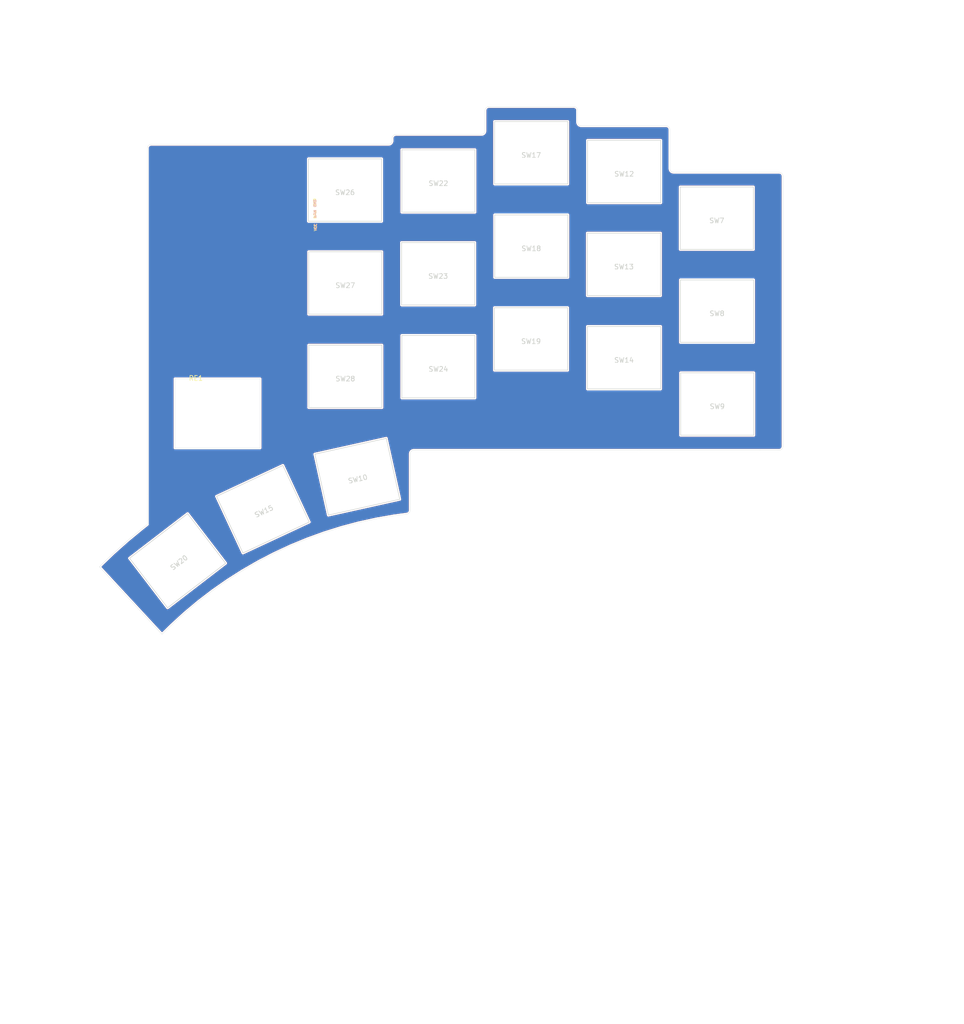
<source format=kicad_pcb>
(kicad_pcb (version 20171130) (host pcbnew "(5.1.7)-1")

  (general
    (thickness 1.6)
    (drawings 49)
    (tracks 0)
    (zones 0)
    (modules 19)
    (nets 1)
  )

  (page A4)
  (layers
    (0 F.Cu signal)
    (31 B.Cu signal)
    (32 B.Adhes user)
    (33 F.Adhes user)
    (34 B.Paste user)
    (35 F.Paste user)
    (36 B.SilkS user)
    (37 F.SilkS user)
    (38 B.Mask user)
    (39 F.Mask user)
    (40 Dwgs.User user)
    (41 Cmts.User user)
    (42 Eco1.User user)
    (43 Eco2.User user)
    (44 Edge.Cuts user)
    (45 Margin user)
    (46 B.CrtYd user)
    (47 F.CrtYd user)
    (48 B.Fab user)
    (49 F.Fab user)
  )

  (setup
    (last_trace_width 0.25)
    (user_trace_width 1)
    (trace_clearance 0.2)
    (zone_clearance 0.254)
    (zone_45_only no)
    (trace_min 0.2)
    (via_size 0.8)
    (via_drill 0.4)
    (via_min_size 0.4)
    (via_min_drill 0.3)
    (uvia_size 0.3)
    (uvia_drill 0.1)
    (uvias_allowed no)
    (uvia_min_size 0.2)
    (uvia_min_drill 0.1)
    (edge_width 0.05)
    (segment_width 0.2)
    (pcb_text_width 0.3)
    (pcb_text_size 1.5 1.5)
    (mod_edge_width 0.12)
    (mod_text_size 1 1)
    (mod_text_width 0.15)
    (pad_size 1.8796 3.7592)
    (pad_drill 0)
    (pad_to_mask_clearance 0)
    (aux_axis_origin 0 0)
    (visible_elements 7FFFFFFF)
    (pcbplotparams
      (layerselection 0x01cff_ffffffff)
      (usegerberextensions false)
      (usegerberattributes true)
      (usegerberadvancedattributes true)
      (creategerberjobfile true)
      (excludeedgelayer true)
      (linewidth 0.100000)
      (plotframeref false)
      (viasonmask false)
      (mode 1)
      (useauxorigin true)
      (hpglpennumber 1)
      (hpglpenspeed 20)
      (hpglpendiameter 15.000000)
      (psnegative false)
      (psa4output false)
      (plotreference true)
      (plotvalue true)
      (plotinvisibletext false)
      (padsonsilk true)
      (subtractmaskfromsilk false)
      (outputformat 1)
      (mirror false)
      (drillshape 0)
      (scaleselection 1)
      (outputdirectory "GERBER/"))
  )

  (net 0 "")

  (net_class Default "This is the default net class."
    (clearance 0.2)
    (trace_width 0.25)
    (via_dia 0.8)
    (via_drill 0.4)
    (uvia_dia 0.3)
    (uvia_drill 0.1)
    (add_net "Net-(RE1-PadA)")
    (add_net "Net-(RE1-PadB)")
    (add_net "Net-(RE1-PadC)")
    (add_net "Net-(RE1-PadS1)")
    (add_net "Net-(RE1-PadS2)")
  )

  (module User-Submitted:RotaryEncoder_Alps_EC11E-cutout (layer F.Cu) (tedit 60FDB624) (tstamp 607B280B)
    (at 87.215254 101.15033)
    (descr "Alps rotary encoder, EC12E... with switch, vertical shaft, http://www.alps.com/prod/info/E/HTML/Encoder/Incremental/EC11/EC11E15204A3.html")
    (tags "rotary encoder")
    (path /607AEED1)
    (fp_text reference RE1 (at 2.8 -4.7) (layer F.SilkS)
      (effects (font (size 1 1) (thickness 0.15)))
    )
    (fp_text value Rotary_Encoder_Switch (at 7.5 10.4) (layer F.Fab)
      (effects (font (size 1 1) (thickness 0.15)))
    )
    (fp_line (start 16 9.6) (end -1.5 9.6) (layer Edge.Cuts) (width 0.05))
    (fp_line (start 16 9.6) (end 16 -4.6) (layer Edge.Cuts) (width 0.05))
    (fp_line (start -1.5 -4.6) (end -1.5 9.6) (layer Edge.Cuts) (width 0.05))
    (fp_line (start -1.5 -4.6) (end 16 -4.6) (layer Edge.Cuts) (width 0.05))
    (model ${KISYS3DMOD}/Rotary_Encoder.3dshapes/RotaryEncoder_Alps_EC11E-Switch_Vertical_H20mm.wrl
      (at (xyz 0 0 0))
      (scale (xyz 1 1 1))
      (rotate (xyz 0 0 0))
    )
  )

  (module User-Submitted:alps-cutout (layer F.Cu) (tedit 60FDB4BF) (tstamp 607545CB)
    (at 120.661509 96.069365)
    (path /60CA0123)
    (fp_text reference SW28 (at 0 0.5) (layer Edge.Cuts)
      (effects (font (size 1 1) (thickness 0.15)))
    )
    (fp_text value SW_PUSH (at 0 -0.5) (layer F.Fab)
      (effects (font (size 1 1) (thickness 0.15)))
    )
    (fp_line (start -7.5 -6.4) (end 7.5 -6.4) (layer Edge.Cuts) (width 0.12))
    (fp_line (start -7.5 -6.4) (end -7.5 6.4) (layer Edge.Cuts) (width 0.12))
    (fp_line (start 7.5 -6.4) (end 7.5 6.4) (layer Edge.Cuts) (width 0.12))
    (fp_line (start -7.5 6.4) (end 7.5 6.4) (layer Edge.Cuts) (width 0.12))
  )

  (module User-Submitted:alps-cutout (layer F.Cu) (tedit 60FDB4BF) (tstamp 60754433)
    (at 120.64213 76.943915)
    (path /60CA0113)
    (fp_text reference SW27 (at 0 0.5) (layer Edge.Cuts)
      (effects (font (size 1 1) (thickness 0.15)))
    )
    (fp_text value SW_PUSH (at 0 -0.5) (layer F.Fab)
      (effects (font (size 1 1) (thickness 0.15)))
    )
    (fp_line (start -7.5 -6.4) (end 7.5 -6.4) (layer Edge.Cuts) (width 0.12))
    (fp_line (start -7.5 -6.4) (end -7.5 6.4) (layer Edge.Cuts) (width 0.12))
    (fp_line (start 7.5 -6.4) (end 7.5 6.4) (layer Edge.Cuts) (width 0.12))
    (fp_line (start -7.5 6.4) (end 7.5 6.4) (layer Edge.Cuts) (width 0.12))
  )

  (module User-Submitted:alps-cutout (layer F.Cu) (tedit 60FDB4BF) (tstamp 607544FF)
    (at 120.598486 57.90902)
    (path /60C99CA5)
    (fp_text reference SW26 (at 0 0.5) (layer Edge.Cuts)
      (effects (font (size 1 1) (thickness 0.15)))
    )
    (fp_text value SW_PUSH (at 0 -0.5) (layer F.Fab)
      (effects (font (size 1 1) (thickness 0.15)))
    )
    (fp_line (start -7.5 -6.4) (end 7.5 -6.4) (layer Edge.Cuts) (width 0.12))
    (fp_line (start -7.5 -6.4) (end -7.5 6.4) (layer Edge.Cuts) (width 0.12))
    (fp_line (start 7.5 -6.4) (end 7.5 6.4) (layer Edge.Cuts) (width 0.12))
    (fp_line (start -7.5 6.4) (end 7.5 6.4) (layer Edge.Cuts) (width 0.12))
  )

  (module User-Submitted:alps-cutout (layer F.Cu) (tedit 60FDB4BF) (tstamp 607546FD)
    (at 139.728913 94.09329)
    (path /60A99EF3)
    (fp_text reference SW24 (at 0 0.5) (layer Edge.Cuts)
      (effects (font (size 1 1) (thickness 0.15)))
    )
    (fp_text value SW_PUSH (at 0 -0.5) (layer F.Fab)
      (effects (font (size 1 1) (thickness 0.15)))
    )
    (fp_line (start -7.5 -6.4) (end 7.5 -6.4) (layer Edge.Cuts) (width 0.12))
    (fp_line (start -7.5 -6.4) (end -7.5 6.4) (layer Edge.Cuts) (width 0.12))
    (fp_line (start 7.5 -6.4) (end 7.5 6.4) (layer Edge.Cuts) (width 0.12))
    (fp_line (start -7.5 6.4) (end 7.5 6.4) (layer Edge.Cuts) (width 0.12))
  )

  (module User-Submitted:alps-cutout (layer F.Cu) (tedit 60FDB4BF) (tstamp 60754565)
    (at 139.685269 75.058394)
    (path /60A99EE3)
    (fp_text reference SW23 (at 0 0.5) (layer Edge.Cuts)
      (effects (font (size 1 1) (thickness 0.15)))
    )
    (fp_text value SW_PUSH (at 0 -0.5) (layer F.Fab)
      (effects (font (size 1 1) (thickness 0.15)))
    )
    (fp_line (start -7.5 -6.4) (end 7.5 -6.4) (layer Edge.Cuts) (width 0.12))
    (fp_line (start -7.5 -6.4) (end -7.5 6.4) (layer Edge.Cuts) (width 0.12))
    (fp_line (start 7.5 -6.4) (end 7.5 6.4) (layer Edge.Cuts) (width 0.12))
    (fp_line (start -7.5 6.4) (end 7.5 6.4) (layer Edge.Cuts) (width 0.12))
  )

  (module User-Submitted:alps-cutout (layer F.Cu) (tedit 60FDB4BF) (tstamp 60754631)
    (at 139.732181 56.047769)
    (path /60A305CB)
    (fp_text reference SW22 (at 0 0.5) (layer Edge.Cuts)
      (effects (font (size 1 1) (thickness 0.15)))
    )
    (fp_text value SW_PUSH (at 0 -0.5) (layer F.Fab)
      (effects (font (size 1 1) (thickness 0.15)))
    )
    (fp_line (start -7.5 -6.4) (end 7.5 -6.4) (layer Edge.Cuts) (width 0.12))
    (fp_line (start -7.5 -6.4) (end -7.5 6.4) (layer Edge.Cuts) (width 0.12))
    (fp_line (start 7.5 -6.4) (end 7.5 6.4) (layer Edge.Cuts) (width 0.12))
    (fp_line (start -7.5 6.4) (end 7.5 6.4) (layer Edge.Cuts) (width 0.12))
  )

  (module User-Submitted:alps-cutout (layer F.Cu) (tedit 60FDB4BF) (tstamp 604B4E28)
    (at 86.278709 133.832179 37.5)
    (path /60EDC2C3)
    (fp_text reference SW20 (at 0 0.5 37.5) (layer Edge.Cuts)
      (effects (font (size 1 1) (thickness 0.15)))
    )
    (fp_text value SW_PUSH (at 0 -0.5 37.5) (layer F.Fab)
      (effects (font (size 1 1) (thickness 0.15)))
    )
    (fp_line (start -7.5 -6.4) (end 7.5 -6.4) (layer Edge.Cuts) (width 0.12))
    (fp_line (start -7.5 -6.4) (end -7.5 6.4) (layer Edge.Cuts) (width 0.12))
    (fp_line (start 7.5 -6.4) (end 7.5 6.4) (layer Edge.Cuts) (width 0.12))
    (fp_line (start -7.5 6.4) (end 7.5 6.4) (layer Edge.Cuts) (width 0.12))
  )

  (module User-Submitted:alps-cutout (layer F.Cu) (tedit 60FDB4BF) (tstamp 60754499)
    (at 158.722246 88.409196)
    (path /60A7723C)
    (fp_text reference SW19 (at 0 0.5) (layer Edge.Cuts)
      (effects (font (size 1 1) (thickness 0.15)))
    )
    (fp_text value SW_PUSH (at 0 -0.5) (layer F.Fab)
      (effects (font (size 1 1) (thickness 0.15)))
    )
    (fp_line (start -7.5 -6.4) (end 7.5 -6.4) (layer Edge.Cuts) (width 0.12))
    (fp_line (start -7.5 -6.4) (end -7.5 6.4) (layer Edge.Cuts) (width 0.12))
    (fp_line (start 7.5 -6.4) (end 7.5 6.4) (layer Edge.Cuts) (width 0.12))
    (fp_line (start -7.5 6.4) (end 7.5 6.4) (layer Edge.Cuts) (width 0.12))
  )

  (module User-Submitted:alps-cutout (layer F.Cu) (tedit 60FDB4BF) (tstamp 6075528B)
    (at 158.769162 69.398567)
    (path /60A7722C)
    (fp_text reference SW18 (at 0 0.5) (layer Edge.Cuts)
      (effects (font (size 1 1) (thickness 0.15)))
    )
    (fp_text value SW_PUSH (at 0 -0.5) (layer F.Fab)
      (effects (font (size 1 1) (thickness 0.15)))
    )
    (fp_line (start -7.5 -6.4) (end 7.5 -6.4) (layer Edge.Cuts) (width 0.12))
    (fp_line (start -7.5 -6.4) (end -7.5 6.4) (layer Edge.Cuts) (width 0.12))
    (fp_line (start 7.5 -6.4) (end 7.5 6.4) (layer Edge.Cuts) (width 0.12))
    (fp_line (start -7.5 6.4) (end 7.5 6.4) (layer Edge.Cuts) (width 0.12))
  )

  (module User-Submitted:alps-cutout (layer F.Cu) (tedit 60FDB4BF) (tstamp 60754D63)
    (at 158.749779 50.273116)
    (path /60A11263)
    (fp_text reference SW17 (at 0 0.5) (layer Edge.Cuts)
      (effects (font (size 1 1) (thickness 0.15)))
    )
    (fp_text value SW_PUSH (at 0 -0.5) (layer F.Fab)
      (effects (font (size 1 1) (thickness 0.15)))
    )
    (fp_line (start -7.5 -6.4) (end 7.5 -6.4) (layer Edge.Cuts) (width 0.12))
    (fp_line (start -7.5 -6.4) (end -7.5 6.4) (layer Edge.Cuts) (width 0.12))
    (fp_line (start 7.5 -6.4) (end 7.5 6.4) (layer Edge.Cuts) (width 0.12))
    (fp_line (start -7.5 6.4) (end 7.5 6.4) (layer Edge.Cuts) (width 0.12))
  )

  (module User-Submitted:alps-cutout (layer F.Cu) (tedit 60FDB4BF) (tstamp 60754E59)
    (at 103.762095 123.27886 25)
    (path /60EDC2A0)
    (fp_text reference SW15 (at 0 0.5 25) (layer Edge.Cuts)
      (effects (font (size 1 1) (thickness 0.15)))
    )
    (fp_text value SW_PUSH (at 0 -0.5 25) (layer F.Fab)
      (effects (font (size 1 1) (thickness 0.15)))
    )
    (fp_line (start -7.5 -6.4) (end 7.5 -6.4) (layer Edge.Cuts) (width 0.12))
    (fp_line (start -7.5 -6.4) (end -7.5 6.4) (layer Edge.Cuts) (width 0.12))
    (fp_line (start 7.5 -6.4) (end 7.5 6.4) (layer Edge.Cuts) (width 0.12))
    (fp_line (start -7.5 6.4) (end 7.5 6.4) (layer Edge.Cuts) (width 0.12))
  )

  (module User-Submitted:alps-cutout (layer F.Cu) (tedit 60FDB4BF) (tstamp 60754EBF)
    (at 177.782678 92.254677)
    (path /609F2C3A)
    (fp_text reference SW14 (at 0 0.5) (layer Edge.Cuts)
      (effects (font (size 1 1) (thickness 0.15)))
    )
    (fp_text value SW_PUSH (at 0 -0.5) (layer F.Fab)
      (effects (font (size 1 1) (thickness 0.15)))
    )
    (fp_line (start -7.5 -6.4) (end 7.5 -6.4) (layer Edge.Cuts) (width 0.12))
    (fp_line (start -7.5 -6.4) (end -7.5 6.4) (layer Edge.Cuts) (width 0.12))
    (fp_line (start 7.5 -6.4) (end 7.5 6.4) (layer Edge.Cuts) (width 0.12))
    (fp_line (start -7.5 6.4) (end 7.5 6.4) (layer Edge.Cuts) (width 0.12))
  )

  (module User-Submitted:alps-cutout (layer F.Cu) (tedit 60FDB4BF) (tstamp 60E92618)
    (at 177.763305 73.129232)
    (path /609F2C2A)
    (fp_text reference SW13 (at 0 0.5) (layer Edge.Cuts)
      (effects (font (size 1 1) (thickness 0.15)))
    )
    (fp_text value SW_PUSH (at 0 -0.5) (layer F.Fab)
      (effects (font (size 1 1) (thickness 0.15)))
    )
    (fp_line (start -7.5 -6.4) (end 7.5 -6.4) (layer Edge.Cuts) (width 0.12))
    (fp_line (start -7.5 -6.4) (end -7.5 6.4) (layer Edge.Cuts) (width 0.12))
    (fp_line (start 7.5 -6.4) (end 7.5 6.4) (layer Edge.Cuts) (width 0.12))
    (fp_line (start -7.5 6.4) (end 7.5 6.4) (layer Edge.Cuts) (width 0.12))
  )

  (module User-Submitted:alps-cutout (layer F.Cu) (tedit 60FDB4BF) (tstamp 6075482F)
    (at 177.810215 54.118605)
    (path /609D6528)
    (fp_text reference SW12 (at 0 0.5) (layer Edge.Cuts)
      (effects (font (size 1 1) (thickness 0.15)))
    )
    (fp_text value SW_PUSH (at 0 -0.5) (layer F.Fab)
      (effects (font (size 1 1) (thickness 0.15)))
    )
    (fp_line (start -7.5 -6.4) (end 7.5 -6.4) (layer Edge.Cuts) (width 0.12))
    (fp_line (start -7.5 -6.4) (end -7.5 6.4) (layer Edge.Cuts) (width 0.12))
    (fp_line (start 7.5 -6.4) (end 7.5 6.4) (layer Edge.Cuts) (width 0.12))
    (fp_line (start -7.5 6.4) (end 7.5 6.4) (layer Edge.Cuts) (width 0.12))
  )

  (module User-Submitted:alps-cutout (layer F.Cu) (tedit 60FDB4BF) (tstamp 607548FB)
    (at 123.112884 116.622921 12.5)
    (path /60EDC27D)
    (fp_text reference SW10 (at 0 0.5 12.5) (layer Edge.Cuts)
      (effects (font (size 1 1) (thickness 0.15)))
    )
    (fp_text value SW_PUSH (at 0 -0.5 12.5) (layer F.Fab)
      (effects (font (size 1 1) (thickness 0.15)))
    )
    (fp_line (start -7.5 -6.4) (end 7.5 -6.4) (layer Edge.Cuts) (width 0.12))
    (fp_line (start -7.5 -6.4) (end -7.5 6.4) (layer Edge.Cuts) (width 0.12))
    (fp_line (start 7.5 -6.4) (end 7.5 6.4) (layer Edge.Cuts) (width 0.12))
    (fp_line (start -7.5 6.4) (end 7.5 6.4) (layer Edge.Cuts) (width 0.12))
  )

  (module User-Submitted:alps-cutout (layer F.Cu) (tedit 60FDB4BF) (tstamp 60754961)
    (at 196.884677 101.740622)
    (path /609BAC8E)
    (fp_text reference SW9 (at 0 0.5) (layer Edge.Cuts)
      (effects (font (size 1 1) (thickness 0.15)))
    )
    (fp_text value SW_PUSH (at 0 -0.5) (layer F.Fab)
      (effects (font (size 1 1) (thickness 0.15)))
    )
    (fp_line (start -7.5 -6.4) (end 7.5 -6.4) (layer Edge.Cuts) (width 0.12))
    (fp_line (start -7.5 -6.4) (end -7.5 6.4) (layer Edge.Cuts) (width 0.12))
    (fp_line (start 7.5 -6.4) (end 7.5 6.4) (layer Edge.Cuts) (width 0.12))
    (fp_line (start -7.5 6.4) (end 7.5 6.4) (layer Edge.Cuts) (width 0.12))
  )

  (module User-Submitted:alps-cutout (layer F.Cu) (tedit 60FDB4BF) (tstamp 607549C7)
    (at 196.841035 82.705722)
    (path /609BAC7E)
    (fp_text reference SW8 (at 0 0.5) (layer Edge.Cuts)
      (effects (font (size 1 1) (thickness 0.15)))
    )
    (fp_text value SW_PUSH (at 0 -0.5) (layer F.Fab)
      (effects (font (size 1 1) (thickness 0.15)))
    )
    (fp_line (start -7.5 -6.4) (end 7.5 -6.4) (layer Edge.Cuts) (width 0.12))
    (fp_line (start -7.5 -6.4) (end -7.5 6.4) (layer Edge.Cuts) (width 0.12))
    (fp_line (start 7.5 -6.4) (end 7.5 6.4) (layer Edge.Cuts) (width 0.12))
    (fp_line (start -7.5 6.4) (end 7.5 6.4) (layer Edge.Cuts) (width 0.12))
  )

  (module User-Submitted:alps-cutout (layer F.Cu) (tedit 60FDB4BF) (tstamp 60754F8B)
    (at 196.797387 63.67082)
    (path /60963566)
    (fp_text reference SW7 (at 0 0.5) (layer Edge.Cuts)
      (effects (font (size 1 1) (thickness 0.15)))
    )
    (fp_text value SW_PUSH (at 0 -0.5) (layer F.Fab)
      (effects (font (size 1 1) (thickness 0.15)))
    )
    (fp_line (start -7.5 -6.4) (end 7.5 -6.4) (layer Edge.Cuts) (width 0.12))
    (fp_line (start -7.5 -6.4) (end -7.5 6.4) (layer Edge.Cuts) (width 0.12))
    (fp_line (start 7.5 -6.4) (end 7.5 6.4) (layer Edge.Cuts) (width 0.12))
    (fp_line (start -7.5 6.4) (end 7.5 6.4) (layer Edge.Cuts) (width 0.12))
  )

  (gr_text VCC (at 114.520254 65.59033 90) (layer F.SilkS) (tstamp 60793E7E)
    (effects (font (size 0.5 0.5) (thickness 0.125)))
  )
  (gr_text VCC (at 114.520255 65.46333 270) (layer B.SilkS)
    (effects (font (size 0.5 0.5) (thickness 0.125)) (justify mirror))
  )
  (gr_text PWM (at 114.393254 62.923331 270) (layer F.SilkS) (tstamp 60793E79)
    (effects (font (size 0.5 0.5) (thickness 0.125)))
  )
  (gr_text PWM (at 114.393254 62.79633 270) (layer B.SilkS)
    (effects (font (size 0.5 0.5) (thickness 0.125)) (justify mirror))
  )
  (gr_text GND (at 114.393254 60.63733 270) (layer B.SilkS) (tstamp 60792F0B)
    (effects (font (size 0.5 0.5) (thickness 0.125)) (justify mirror))
  )
  (gr_text GND (at 114.393255 60.38333 90) (layer F.SilkS)
    (effects (font (size 0.5 0.5) (thickness 0.125)))
  )
  (gr_line (start 70.263096 135.074394) (end 70.280491 135.091801) (layer Edge.Cuts) (width 0.05) (tstamp 6078DFE1))
  (gr_arc (start 143.349254 208.21133) (end 80.093256 126.423331) (angle -7.261227871) (layer Edge.Cuts) (width 0.05))
  (gr_line (start 80.093255 120.238431) (end 80.093255 126.423331) (layer Edge.Cuts) (width 0.05))
  (gr_line (start 80.855255 48.57233) (end 89.855255 48.57233) (layer Edge.Cuts) (width 0.05) (tstamp 6078DF8D))
  (gr_line (start 205.579254 111.18333) (end 209.579254 111.18333) (layer Edge.Cuts) (width 0.05) (tstamp 6075B9F7))
  (gr_line (start 205.579254 54.287331) (end 209.579254 54.28733) (layer Edge.Cuts) (width 0.05) (tstamp 6075B9F4))
  (gr_line (start 70.280491 135.091801) (end 83.082923 148.893623) (layer Edge.Cuts) (width 0.05) (tstamp 6075755D))
  (gr_line (start 80.093255 49.334331) (end 80.093255 120.238431) (layer Edge.Cuts) (width 0.05))
  (gr_line (start 89.855255 48.57233) (end 102.455255 48.57233) (layer Edge.Cuts) (width 0.05) (tstamp 60757557))
  (gr_line (start 210.341254 55.04933) (end 210.341254 110.421331) (layer Edge.Cuts) (width 0.05) (tstamp 60755B10))
  (gr_arc (start 143.374655 208.22403) (end 84.967536 147.037441) (angle -1.791806826) (layer Edge.Cuts) (width 0.05))
  (gr_line (start 104.557841 118.39453) (end 146.819667 209.025309) (layer Dwgs.User) (width 0.15))
  (gr_line (start 87.074455 128.947849) (end 163.622035 228.706598) (layer Dwgs.User) (width 0.15))
  (gr_line (start 168.241254 41.587331) (end 168.241255 44.00033) (layer Edge.Cuts) (width 0.05) (tstamp 6074A0C8))
  (gr_line (start 133.934254 123.50233) (end 133.934254 122.86733) (layer Edge.Cuts) (width 0.05) (tstamp 6074A1D3))
  (gr_arc (start 143.349254 208.21133) (end 133.172255 124.264332) (angle -36.7498178) (layer Edge.Cuts) (width 0.05))
  (gr_line (start 134.696255 111.183331) (end 144.746254 111.18333) (layer Edge.Cuts) (width 0.05) (tstamp 6074A1CB))
  (gr_line (start 180.814254 111.18333) (end 205.579254 111.18333) (layer Edge.Cuts) (width 0.05) (tstamp 6074A1AF))
  (gr_line (start 204.817254 54.28733) (end 205.579254 54.287331) (layer Edge.Cuts) (width 0.05) (tstamp 6074A1AE))
  (gr_arc (start 209.579254 55.04933) (end 210.341254 55.04933) (angle -90) (layer Edge.Cuts) (width 0.05))
  (gr_arc (start 209.579254 110.42133) (end 209.579254 111.18333) (angle -90) (layer Edge.Cuts) (width 0.05))
  (gr_line (start 144.746254 111.18333) (end 180.814254 111.18333) (layer Edge.Cuts) (width 0.05) (tstamp 6074A14C))
  (gr_line (start 133.934254 111.945329) (end 133.934254 122.86733) (layer Edge.Cuts) (width 0.05) (tstamp 6074A14B))
  (gr_arc (start 134.696255 111.94533) (end 134.696255 111.183331) (angle -90) (layer Edge.Cuts) (width 0.05))
  (gr_arc (start 133.172254 123.50233) (end 133.172255 124.26433) (angle -90) (layer Edge.Cuts) (width 0.05))
  (gr_arc (start 80.855254 49.33433) (end 80.855255 48.57233) (angle -90) (layer Edge.Cuts) (width 0.05))
  (gr_line (start 129.506255 48.57233) (end 102.455255 48.57233) (layer Edge.Cuts) (width 0.05))
  (gr_line (start 149.318255 45.77833) (end 149.318255 41.58733) (layer Edge.Cuts) (width 0.05) (tstamp 6074AE04))
  (gr_line (start 131.030255 46.540331) (end 148.556255 46.540331) (layer Edge.Cuts) (width 0.05) (tstamp 6074AE03))
  (gr_line (start 130.268254 47.30233) (end 130.268254 47.81033) (layer Edge.Cuts) (width 0.05) (tstamp 6074AE02))
  (gr_arc (start 129.506254 47.810331) (end 129.506255 48.57233) (angle -90) (layer Edge.Cuts) (width 0.05))
  (gr_arc (start 131.030255 47.302331) (end 131.030255 46.540331) (angle -90) (layer Edge.Cuts) (width 0.05))
  (gr_arc (start 148.556255 45.77833) (end 148.556255 46.540331) (angle -90) (layer Edge.Cuts) (width 0.05))
  (gr_arc (start 150.080254 41.58733) (end 150.080254 40.825331) (angle -90) (layer Edge.Cuts) (width 0.05))
  (gr_line (start 167.479254 40.825331) (end 150.080254 40.825331) (layer Edge.Cuts) (width 0.05))
  (gr_arc (start 167.479254 41.58733) (end 168.241254 41.587331) (angle -90) (layer Edge.Cuts) (width 0.05))
  (gr_arc (start 169.003254 44.000329) (end 168.241255 44.00033) (angle -90) (layer Edge.Cuts) (width 0.05))
  (gr_line (start 186.402254 44.76233) (end 169.003254 44.76233) (layer Edge.Cuts) (width 0.05))
  (gr_arc (start 186.402255 45.52433) (end 187.164255 45.524331) (angle -90) (layer Edge.Cuts) (width 0.05))
  (gr_line (start 187.164255 53.525331) (end 187.164255 45.524331) (layer Edge.Cuts) (width 0.05))
  (gr_line (start 187.926254 54.28733) (end 188.561254 54.28733) (layer Edge.Cuts) (width 0.05) (tstamp 6074AE01))
  (gr_arc (start 187.926255 53.52533) (end 187.164255 53.525331) (angle -90) (layer Edge.Cuts) (width 0.05))
  (gr_line (start 204.817254 54.28733) (end 188.561254 54.28733) (layer Edge.Cuts) (width 0.05))

  (zone (net 0) (net_name "") (layer F.Cu) (tstamp 60FE3752) (hatch edge 0.508)
    (connect_pads yes (clearance 0.254))
    (min_thickness 0.254)
    (fill yes (arc_segments 32) (thermal_gap 0.26) (thermal_bridge_width 0.26))
    (polygon
      (pts
        (xy 240.504255 19.87033) (xy 238.091254 127.56633) (xy 64.355255 156.77633) (xy 56.354254 18.981331)
      )
    )
    (filled_polygon
      (pts
        (xy 167.548021 41.240019) (xy 167.614174 41.259991) (xy 167.675181 41.29243) (xy 167.728733 41.336106) (xy 167.772778 41.389347)
        (xy 167.805642 41.450127) (xy 167.826076 41.51614) (xy 167.835254 41.603467) (xy 167.835256 44.020271) (xy 167.836978 44.037752)
        (xy 167.836945 44.042446) (xy 167.837498 44.048088) (xy 167.853043 44.19599) (xy 167.860445 44.232049) (xy 167.867338 44.268183)
        (xy 167.868976 44.27361) (xy 167.912953 44.415675) (xy 167.927239 44.449659) (xy 167.940998 44.483714) (xy 167.943655 44.488711)
        (xy 167.943659 44.488721) (xy 167.943664 44.488729) (xy 168.014392 44.619537) (xy 168.034962 44.650034) (xy 168.055117 44.680834)
        (xy 168.058696 44.685222) (xy 168.0587 44.685228) (xy 168.058705 44.685233) (xy 168.153495 44.799815) (xy 168.179593 44.825732)
        (xy 168.205352 44.852036) (xy 168.20972 44.85565) (xy 168.324967 44.949642) (xy 168.355624 44.970011) (xy 168.385979 44.990795)
        (xy 168.390961 44.993489) (xy 168.390965 44.993492) (xy 168.390969 44.993494) (xy 168.522275 45.06331) (xy 168.556308 45.077337)
        (xy 168.590119 45.091828) (xy 168.595531 45.093504) (xy 168.595537 45.093506) (xy 168.737904 45.136488) (xy 168.774021 45.143639)
        (xy 168.809993 45.151285) (xy 168.815622 45.151877) (xy 168.815632 45.151879) (xy 168.815641 45.151879) (xy 168.958996 45.165935)
        (xy 168.983313 45.16833) (xy 186.382404 45.16833) (xy 186.471022 45.177019) (xy 186.537175 45.196991) (xy 186.598182 45.22943)
        (xy 186.651734 45.273106) (xy 186.695779 45.326347) (xy 186.728643 45.387127) (xy 186.749077 45.45314) (xy 186.758256 45.540476)
        (xy 186.758255 53.545271) (xy 186.759978 53.562762) (xy 186.759945 53.567447) (xy 186.760498 53.573089) (xy 186.776043 53.720991)
        (xy 186.783446 53.757057) (xy 186.790338 53.793183) (xy 186.791976 53.79861) (xy 186.835953 53.940676) (xy 186.850228 53.974636)
        (xy 186.863998 54.008716) (xy 186.866657 54.013717) (xy 186.866659 54.013722) (xy 186.866662 54.013726) (xy 186.937392 54.144539)
        (xy 186.957962 54.175036) (xy 186.978117 54.205836) (xy 186.981696 54.210224) (xy 186.9817 54.21023) (xy 186.981705 54.210235)
        (xy 187.076495 54.324817) (xy 187.102593 54.350734) (xy 187.128352 54.377038) (xy 187.13272 54.380652) (xy 187.247967 54.474644)
        (xy 187.278661 54.495037) (xy 187.308982 54.515798) (xy 187.31396 54.518491) (xy 187.313965 54.518494) (xy 187.31397 54.518496)
        (xy 187.445277 54.588312) (xy 187.479323 54.602345) (xy 187.513117 54.616829) (xy 187.518532 54.618506) (xy 187.660901 54.661489)
        (xy 187.696999 54.668637) (xy 187.732993 54.676287) (xy 187.738627 54.67688) (xy 187.738631 54.67688) (xy 187.886293 54.691358)
        (xy 187.906313 54.69333) (xy 204.837195 54.69333) (xy 204.837204 54.693329) (xy 205.559313 54.693331) (xy 205.599194 54.693331)
        (xy 209.559392 54.693329) (xy 209.64802 54.702019) (xy 209.714173 54.721991) (xy 209.775183 54.754432) (xy 209.828731 54.798104)
        (xy 209.87278 54.85135) (xy 209.90564 54.912123) (xy 209.926075 54.978139) (xy 209.935254 55.06547) (xy 209.935255 110.401467)
        (xy 209.926565 110.490096) (xy 209.906591 110.556253) (xy 209.874154 110.617258) (xy 209.830479 110.670808) (xy 209.777236 110.714855)
        (xy 209.716459 110.747717) (xy 209.650445 110.768151) (xy 209.563115 110.77733) (xy 144.726313 110.77733) (xy 134.676314 110.777332)
        (xy 134.658833 110.779054) (xy 134.654139 110.779021) (xy 134.648497 110.779574) (xy 134.500596 110.795119) (xy 134.464548 110.802519)
        (xy 134.428405 110.809413) (xy 134.42298 110.811051) (xy 134.422974 110.811053) (xy 134.280913 110.855028) (xy 134.246974 110.869294)
        (xy 134.212871 110.883073) (xy 134.207865 110.885734) (xy 134.077048 110.956467) (xy 134.046551 110.977037) (xy 134.015751 110.997192)
        (xy 134.011357 111.000775) (xy 133.89677 111.09557) (xy 133.870834 111.121687) (xy 133.844549 111.147428) (xy 133.84094 111.15179)
        (xy 133.840936 111.151794) (xy 133.840935 111.151796) (xy 133.746942 111.267042) (xy 133.726561 111.297718) (xy 133.70579 111.328054)
        (xy 133.703093 111.333041) (xy 133.633275 111.46435) (xy 133.619241 111.498399) (xy 133.604757 111.532192) (xy 133.60308 111.537608)
        (xy 133.560096 111.679976) (xy 133.552944 111.716097) (xy 133.545299 111.752067) (xy 133.544706 111.757705) (xy 133.530627 111.901301)
        (xy 133.528254 111.925389) (xy 133.528255 122.847389) (xy 133.528254 123.482476) (xy 133.519565 123.571095) (xy 133.499591 123.637252)
        (xy 133.467152 123.698261) (xy 133.42348 123.751808) (xy 133.370239 123.795853) (xy 133.309458 123.828717) (xy 133.243446 123.849151)
        (xy 133.149522 123.859023) (xy 133.134843 123.860059) (xy 133.117245 123.862076) (xy 130.55864 124.211979) (xy 130.55125 124.213154)
        (xy 130.543763 124.214295) (xy 126.909437 124.84938) (xy 126.909429 124.849381) (xy 126.90833 124.849598) (xy 126.892052 124.85281)
        (xy 126.892018 124.852818) (xy 123.288934 125.645807) (xy 123.28888 125.645818) (xy 123.271668 125.650002) (xy 119.706526 126.59942)
        (xy 119.706515 126.599423) (xy 119.689502 126.604354) (xy 116.169157 127.708381) (xy 116.152375 127.714049) (xy 112.683538 128.970581)
        (xy 112.667019 128.976976) (xy 109.256307 130.383615) (xy 109.256291 130.383621) (xy 109.240067 130.39073) (xy 105.893961 131.944802)
        (xy 105.893943 131.94481) (xy 105.878045 131.95262) (xy 102.602894 133.651176) (xy 102.587351 133.659672) (xy 102.587337 133.659681)
        (xy 99.389442 135.499453) (xy 99.389407 135.499472) (xy 99.384639 135.502356) (xy 99.37425 135.508638) (xy 99.374218 135.508659)
        (xy 96.259621 137.486167) (xy 96.2596 137.48618) (xy 96.253707 137.490105) (xy 96.244857 137.495998) (xy 96.244827 137.49602)
        (xy 93.219431 139.607516) (xy 93.20513 139.617968) (xy 93.205102 139.617991) (xy 90.274688 141.859444) (xy 90.260857 141.870509)
        (xy 90.260831 141.870532) (xy 87.430997 144.237658) (xy 87.430974 144.237676) (xy 87.424754 144.243114) (xy 87.417639 144.249334)
        (xy 87.417615 144.249357) (xy 84.693705 146.737686) (xy 84.688095 146.743039) (xy 84.682641 146.748182) (xy 83.096082 148.310806)
        (xy 70.832595 135.090003) (xy 72.642595 133.34941) (xy 75.990302 133.34941) (xy 76.004452 133.435119) (xy 76.035053 133.51642)
        (xy 76.080925 133.59019) (xy 76.095803 133.606074) (xy 83.861582 143.726637) (xy 83.873071 143.745113) (xy 83.887944 143.760992)
        (xy 83.887946 143.760995) (xy 83.932454 143.808515) (xy 83.958127 143.826912) (xy 84.003066 143.859116) (xy 84.04634 143.878723)
        (xy 84.082191 143.894967) (xy 84.166791 143.914692) (xy 84.253614 143.917535) (xy 84.339323 143.903385) (xy 84.420624 143.872784)
        (xy 84.494394 143.826912) (xy 84.510278 143.812034) (xy 96.376218 134.70698) (xy 96.394694 134.695491) (xy 96.410573 134.680618)
        (xy 96.410576 134.680616) (xy 96.458097 134.636108) (xy 96.508697 134.565497) (xy 96.544548 134.486371) (xy 96.564273 134.401771)
        (xy 96.567117 134.314948) (xy 96.552966 134.229239) (xy 96.552966 134.229238) (xy 96.522365 134.147937) (xy 96.487984 134.092647)
        (xy 96.487982 134.092645) (xy 96.476493 134.074168) (xy 96.461619 134.058287) (xy 88.69584 123.937728) (xy 88.684347 123.919245)
        (xy 88.624963 123.855842) (xy 88.554352 123.805242) (xy 88.475226 123.769391) (xy 88.390626 123.749666) (xy 88.303804 123.746822)
        (xy 88.218094 123.760973) (xy 88.136793 123.791574) (xy 88.089105 123.821228) (xy 88.063024 123.837446) (xy 88.047144 123.852319)
        (xy 76.181207 132.957374) (xy 76.162724 132.968867) (xy 76.099322 133.028251) (xy 76.048721 133.098862) (xy 76.01287 133.177988)
        (xy 75.993145 133.262588) (xy 75.990302 133.34941) (xy 72.642595 133.34941) (xy 73.400334 132.620728) (xy 76.353652 129.991258)
        (xy 79.407832 127.475366) (xy 80.315733 126.764773) (xy 80.319908 126.762541) (xy 80.381729 126.711805) (xy 80.432465 126.649984)
        (xy 80.470165 126.579452) (xy 80.482007 126.540413) (xy 80.48203 126.540342) (xy 80.482046 126.540285) (xy 80.49338 126.502921)
        (xy 80.49721 126.464035) (xy 80.497213 126.46401) (xy 80.497216 126.463978) (xy 80.499255 126.443272) (xy 80.499255 120.667456)
        (xy 93.817319 120.667456) (xy 93.829597 120.753453) (xy 93.858416 120.835403) (xy 93.869502 120.85413) (xy 99.260713 132.415623)
        (xy 99.267929 132.436143) (xy 99.279009 132.454859) (xy 99.279013 132.454868) (xy 99.312181 132.510895) (xy 99.370166 132.575579)
        (xy 99.439657 132.627707) (xy 99.517982 132.665275) (xy 99.602131 132.686843) (xy 99.688872 132.691578) (xy 99.774869 132.6793)
        (xy 99.778023 132.678191) (xy 99.856819 132.650481) (xy 99.875546 132.639395) (xy 113.430917 126.318423) (xy 113.451436 126.311207)
        (xy 113.470152 126.300127) (xy 113.470161 126.300123) (xy 113.526188 126.266955) (xy 113.590872 126.20897) (xy 113.643 126.139479)
        (xy 113.680568 126.061154) (xy 113.686336 126.038649) (xy 113.702136 125.977004) (xy 113.706871 125.890263) (xy 113.694593 125.804266)
        (xy 113.672993 125.742845) (xy 113.665774 125.722317) (xy 113.65469 125.703593) (xy 108.26348 114.142105) (xy 108.256261 114.121577)
        (xy 108.212008 114.046825) (xy 108.154023 113.982141) (xy 108.084532 113.930013) (xy 108.006207 113.892445) (xy 107.922058 113.870877)
        (xy 107.835318 113.866142) (xy 107.835317 113.866142) (xy 107.74932 113.87842) (xy 107.709439 113.892445) (xy 107.667371 113.907239)
        (xy 107.648647 113.918323) (xy 94.093282 120.239294) (xy 94.072754 120.246513) (xy 94.05403 120.257597) (xy 94.054029 120.257598)
        (xy 93.998002 120.290766) (xy 93.933318 120.348751) (xy 93.88119 120.418242) (xy 93.843622 120.496567) (xy 93.822054 120.580716)
        (xy 93.817319 120.667456) (xy 80.499255 120.667456) (xy 80.499255 112.00759) (xy 113.962423 112.00759) (xy 113.972822 112.093835)
        (xy 113.979591 112.114515) (xy 116.740646 124.568834) (xy 116.743249 124.590424) (xy 116.750014 124.611091) (xy 116.750017 124.611105)
        (xy 116.770272 124.672983) (xy 116.812883 124.748683) (xy 116.869444 124.814616) (xy 116.937782 124.868247) (xy 117.015268 124.907516)
        (xy 117.098927 124.930914) (xy 117.185543 124.93754) (xy 117.250184 124.929746) (xy 117.250185 124.929746) (xy 117.271788 124.927141)
        (xy 117.292468 124.920372) (xy 131.894639 121.683149) (xy 131.916229 121.680546) (xy 131.936896 121.673781) (xy 131.93691 121.673778)
        (xy 131.998788 121.653523) (xy 132.074489 121.610912) (xy 132.140421 121.554351) (xy 132.194052 121.486013) (xy 132.233321 121.408527)
        (xy 132.256719 121.324868) (xy 132.263345 121.238252) (xy 132.252946 121.152007) (xy 132.246178 121.131329) (xy 129.485123 108.677018)
        (xy 129.482519 108.655418) (xy 129.475751 108.634742) (xy 129.47575 108.634737) (xy 129.455495 108.572859) (xy 129.412884 108.497158)
        (xy 129.356323 108.431226) (xy 129.287985 108.377595) (xy 129.210499 108.338326) (xy 129.12684 108.314928) (xy 129.040225 108.308302)
        (xy 129.040224 108.308302) (xy 128.975583 108.316096) (xy 128.975581 108.316096) (xy 128.95398 108.318701) (xy 128.933302 108.325469)
        (xy 114.331138 111.562692) (xy 114.309539 111.565296) (xy 114.288863 111.572064) (xy 114.288858 111.572065) (xy 114.22698 111.59232)
        (xy 114.151279 111.634931) (xy 114.085347 111.691492) (xy 114.031716 111.75983) (xy 113.992447 111.837316) (xy 113.969049 111.920975)
        (xy 113.962423 112.00759) (xy 80.499255 112.00759) (xy 80.499255 96.55033) (xy 85.30729 96.55033) (xy 85.309254 96.570271)
        (xy 85.309255 110.730379) (xy 85.30729 110.75033) (xy 85.315129 110.82992) (xy 85.338344 110.906451) (xy 85.376044 110.976983)
        (xy 85.42678 111.038804) (xy 85.488601 111.08954) (xy 85.559133 111.12724) (xy 85.635664 111.150455) (xy 85.695313 111.15633)
        (xy 85.695314 111.15633) (xy 85.715254 111.158294) (xy 85.735195 111.15633) (xy 103.195313 111.15633) (xy 103.215254 111.158294)
        (xy 103.235194 111.15633) (xy 103.235195 111.15633) (xy 103.294844 111.150455) (xy 103.371375 111.12724) (xy 103.441907 111.08954)
        (xy 103.503728 111.038804) (xy 103.554464 110.976983) (xy 103.592164 110.906451) (xy 103.615379 110.82992) (xy 103.623218 110.75033)
        (xy 103.621254 110.730389) (xy 103.621254 96.570271) (xy 103.623218 96.55033) (xy 103.615379 96.47074) (xy 103.592164 96.394209)
        (xy 103.554464 96.323677) (xy 103.503728 96.261856) (xy 103.441907 96.21112) (xy 103.371375 96.17342) (xy 103.294844 96.150205)
        (xy 103.235195 96.14433) (xy 103.215254 96.142366) (xy 103.195314 96.14433) (xy 85.735194 96.14433) (xy 85.715254 96.142366)
        (xy 85.695313 96.14433) (xy 85.635664 96.150205) (xy 85.559133 96.17342) (xy 85.488601 96.21112) (xy 85.42678 96.261856)
        (xy 85.376044 96.323677) (xy 85.338344 96.394209) (xy 85.315129 96.47074) (xy 85.30729 96.55033) (xy 80.499255 96.55033)
        (xy 80.499255 89.669365) (xy 112.718376 89.669365) (xy 112.720509 89.691021) (xy 112.72051 102.447699) (xy 112.718376 102.469365)
        (xy 112.726891 102.555816) (xy 112.752107 102.638945) (xy 112.793057 102.715557) (xy 112.848167 102.782707) (xy 112.915317 102.837817)
        (xy 112.991929 102.878767) (xy 113.075058 102.903983) (xy 113.139853 102.910365) (xy 113.161509 102.912498) (xy 113.183165 102.910365)
        (xy 128.139853 102.910365) (xy 128.161509 102.912498) (xy 128.24796 102.903983) (xy 128.331089 102.878767) (xy 128.407701 102.837817)
        (xy 128.474851 102.782707) (xy 128.529961 102.715557) (xy 128.570911 102.638945) (xy 128.596127 102.555816) (xy 128.602509 102.491021)
        (xy 128.604642 102.469365) (xy 128.602509 102.447709) (xy 128.602509 89.691021) (xy 128.604642 89.669365) (xy 128.596127 89.582914)
        (xy 128.570911 89.499785) (xy 128.529961 89.423173) (xy 128.474851 89.356023) (xy 128.407701 89.300913) (xy 128.331089 89.259963)
        (xy 128.24796 89.234747) (xy 128.183165 89.228365) (xy 128.161509 89.226232) (xy 128.139853 89.228365) (xy 113.183165 89.228365)
        (xy 113.161509 89.226232) (xy 113.139853 89.228365) (xy 113.075058 89.234747) (xy 112.991929 89.259963) (xy 112.915317 89.300913)
        (xy 112.848167 89.356023) (xy 112.793057 89.423173) (xy 112.752107 89.499785) (xy 112.726891 89.582914) (xy 112.718376 89.669365)
        (xy 80.499255 89.669365) (xy 80.499255 87.69329) (xy 131.78578 87.69329) (xy 131.787913 87.714946) (xy 131.787914 100.471624)
        (xy 131.78578 100.49329) (xy 131.794295 100.579741) (xy 131.819511 100.66287) (xy 131.860461 100.739482) (xy 131.915571 100.806632)
        (xy 131.982721 100.861742) (xy 132.059333 100.902692) (xy 132.142462 100.927908) (xy 132.207257 100.93429) (xy 132.228913 100.936423)
        (xy 132.250569 100.93429) (xy 147.207257 100.93429) (xy 147.228913 100.936423) (xy 147.315364 100.927908) (xy 147.398493 100.902692)
        (xy 147.475105 100.861742) (xy 147.542255 100.806632) (xy 147.597365 100.739482) (xy 147.638315 100.66287) (xy 147.663531 100.579741)
        (xy 147.669913 100.514946) (xy 147.672046 100.49329) (xy 147.669913 100.471634) (xy 147.669913 87.714946) (xy 147.672046 87.69329)
        (xy 147.663531 87.606839) (xy 147.638315 87.52371) (xy 147.597365 87.447098) (xy 147.542255 87.379948) (xy 147.475105 87.324838)
        (xy 147.398493 87.283888) (xy 147.315364 87.258672) (xy 147.250569 87.25229) (xy 147.228913 87.250157) (xy 147.207257 87.25229)
        (xy 132.250569 87.25229) (xy 132.228913 87.250157) (xy 132.207257 87.25229) (xy 132.142462 87.258672) (xy 132.059333 87.283888)
        (xy 131.982721 87.324838) (xy 131.915571 87.379948) (xy 131.860461 87.447098) (xy 131.819511 87.52371) (xy 131.794295 87.606839)
        (xy 131.78578 87.69329) (xy 80.499255 87.69329) (xy 80.499255 70.543915) (xy 112.698997 70.543915) (xy 112.70113 70.565571)
        (xy 112.701131 83.322249) (xy 112.698997 83.343915) (xy 112.707512 83.430366) (xy 112.732728 83.513495) (xy 112.773678 83.590107)
        (xy 112.828788 83.657257) (xy 112.895938 83.712367) (xy 112.97255 83.753317) (xy 113.055679 83.778533) (xy 113.120474 83.784915)
        (xy 113.14213 83.787048) (xy 113.163786 83.784915) (xy 128.120474 83.784915) (xy 128.14213 83.787048) (xy 128.228581 83.778533)
        (xy 128.31171 83.753317) (xy 128.388322 83.712367) (xy 128.455472 83.657257) (xy 128.510582 83.590107) (xy 128.551532 83.513495)
        (xy 128.576748 83.430366) (xy 128.58313 83.365571) (xy 128.585263 83.343915) (xy 128.58313 83.322259) (xy 128.58313 82.009196)
        (xy 150.779113 82.009196) (xy 150.781246 82.030852) (xy 150.781247 94.78753) (xy 150.779113 94.809196) (xy 150.787628 94.895647)
        (xy 150.812844 94.978776) (xy 150.853794 95.055388) (xy 150.908904 95.122538) (xy 150.976054 95.177648) (xy 151.052666 95.218598)
        (xy 151.135795 95.243814) (xy 151.20059 95.250196) (xy 151.222246 95.252329) (xy 151.243902 95.250196) (xy 166.20059 95.250196)
        (xy 166.222246 95.252329) (xy 166.308697 95.243814) (xy 166.391826 95.218598) (xy 166.468438 95.177648) (xy 166.535588 95.122538)
        (xy 166.590698 95.055388) (xy 166.631648 94.978776) (xy 166.656864 94.895647) (xy 166.663246 94.830852) (xy 166.665379 94.809196)
        (xy 166.663246 94.78754) (xy 166.663246 85.854677) (xy 169.839545 85.854677) (xy 169.841678 85.876333) (xy 169.841679 98.633011)
        (xy 169.839545 98.654677) (xy 169.84806 98.741128) (xy 169.873276 98.824257) (xy 169.914226 98.900869) (xy 169.969336 98.968019)
        (xy 170.036486 99.023129) (xy 170.113098 99.064079) (xy 170.196227 99.089295) (xy 170.261022 99.095677) (xy 170.282678 99.09781)
        (xy 170.304334 99.095677) (xy 185.261022 99.095677) (xy 185.282678 99.09781) (xy 185.369129 99.089295) (xy 185.452258 99.064079)
        (xy 185.52887 99.023129) (xy 185.59602 98.968019) (xy 185.65113 98.900869) (xy 185.69208 98.824257) (xy 185.717296 98.741128)
        (xy 185.723678 98.676333) (xy 185.725811 98.654677) (xy 185.723678 98.633021) (xy 185.723678 95.340622) (xy 188.941544 95.340622)
        (xy 188.943677 95.362278) (xy 188.943678 108.118956) (xy 188.941544 108.140622) (xy 188.950059 108.227073) (xy 188.975275 108.310202)
        (xy 189.016225 108.386814) (xy 189.071335 108.453964) (xy 189.138485 108.509074) (xy 189.215097 108.550024) (xy 189.298226 108.57524)
        (xy 189.363021 108.581622) (xy 189.384677 108.583755) (xy 189.406333 108.581622) (xy 204.363021 108.581622) (xy 204.384677 108.583755)
        (xy 204.471128 108.57524) (xy 204.554257 108.550024) (xy 204.630869 108.509074) (xy 204.698019 108.453964) (xy 204.753129 108.386814)
        (xy 204.794079 108.310202) (xy 204.819295 108.227073) (xy 204.825677 108.162278) (xy 204.82781 108.140622) (xy 204.825677 108.118966)
        (xy 204.825677 95.362278) (xy 204.82781 95.340622) (xy 204.819295 95.254171) (xy 204.794079 95.171042) (xy 204.753129 95.09443)
        (xy 204.698019 95.02728) (xy 204.630869 94.97217) (xy 204.554257 94.93122) (xy 204.471128 94.906004) (xy 204.406333 94.899622)
        (xy 204.384677 94.897489) (xy 204.363021 94.899622) (xy 189.406333 94.899622) (xy 189.384677 94.897489) (xy 189.363021 94.899622)
        (xy 189.298226 94.906004) (xy 189.215097 94.93122) (xy 189.138485 94.97217) (xy 189.071335 95.02728) (xy 189.016225 95.09443)
        (xy 188.975275 95.171042) (xy 188.950059 95.254171) (xy 188.941544 95.340622) (xy 185.723678 95.340622) (xy 185.723678 85.876333)
        (xy 185.725811 85.854677) (xy 185.717296 85.768226) (xy 185.69208 85.685097) (xy 185.65113 85.608485) (xy 185.59602 85.541335)
        (xy 185.52887 85.486225) (xy 185.452258 85.445275) (xy 185.369129 85.420059) (xy 185.304334 85.413677) (xy 185.282678 85.411544)
        (xy 185.261022 85.413677) (xy 170.304334 85.413677) (xy 170.282678 85.411544) (xy 170.261022 85.413677) (xy 170.196227 85.420059)
        (xy 170.113098 85.445275) (xy 170.036486 85.486225) (xy 169.969336 85.541335) (xy 169.914226 85.608485) (xy 169.873276 85.685097)
        (xy 169.84806 85.768226) (xy 169.839545 85.854677) (xy 166.663246 85.854677) (xy 166.663246 82.030852) (xy 166.665379 82.009196)
        (xy 166.656864 81.922745) (xy 166.631648 81.839616) (xy 166.590698 81.763004) (xy 166.535588 81.695854) (xy 166.468438 81.640744)
        (xy 166.391826 81.599794) (xy 166.308697 81.574578) (xy 166.243902 81.568196) (xy 166.222246 81.566063) (xy 166.20059 81.568196)
        (xy 151.243902 81.568196) (xy 151.222246 81.566063) (xy 151.20059 81.568196) (xy 151.135795 81.574578) (xy 151.052666 81.599794)
        (xy 150.976054 81.640744) (xy 150.908904 81.695854) (xy 150.853794 81.763004) (xy 150.812844 81.839616) (xy 150.787628 81.922745)
        (xy 150.779113 82.009196) (xy 128.58313 82.009196) (xy 128.58313 70.565571) (xy 128.585263 70.543915) (xy 128.576748 70.457464)
        (xy 128.551532 70.374335) (xy 128.510582 70.297723) (xy 128.455472 70.230573) (xy 128.388322 70.175463) (xy 128.31171 70.134513)
        (xy 128.228581 70.109297) (xy 128.163786 70.102915) (xy 128.14213 70.100782) (xy 128.120474 70.102915) (xy 113.163786 70.102915)
        (xy 113.14213 70.100782) (xy 113.120474 70.102915) (xy 113.055679 70.109297) (xy 112.97255 70.134513) (xy 112.895938 70.175463)
        (xy 112.828788 70.230573) (xy 112.773678 70.297723) (xy 112.732728 70.374335) (xy 112.707512 70.457464) (xy 112.698997 70.543915)
        (xy 80.499255 70.543915) (xy 80.499255 68.658394) (xy 131.742136 68.658394) (xy 131.744269 68.68005) (xy 131.74427 81.436728)
        (xy 131.742136 81.458394) (xy 131.750651 81.544845) (xy 131.775867 81.627974) (xy 131.816817 81.704586) (xy 131.871927 81.771736)
        (xy 131.939077 81.826846) (xy 132.015689 81.867796) (xy 132.098818 81.893012) (xy 132.163613 81.899394) (xy 132.185269 81.901527)
        (xy 132.206925 81.899394) (xy 147.163613 81.899394) (xy 147.185269 81.901527) (xy 147.27172 81.893012) (xy 147.354849 81.867796)
        (xy 147.431461 81.826846) (xy 147.498611 81.771736) (xy 147.553721 81.704586) (xy 147.594671 81.627974) (xy 147.619887 81.544845)
        (xy 147.626269 81.48005) (xy 147.628402 81.458394) (xy 147.626269 81.436738) (xy 147.626269 68.68005) (xy 147.628402 68.658394)
        (xy 147.619887 68.571943) (xy 147.594671 68.488814) (xy 147.553721 68.412202) (xy 147.498611 68.345052) (xy 147.431461 68.289942)
        (xy 147.354849 68.248992) (xy 147.27172 68.223776) (xy 147.206925 68.217394) (xy 147.185269 68.215261) (xy 147.163613 68.217394)
        (xy 132.206925 68.217394) (xy 132.185269 68.215261) (xy 132.163613 68.217394) (xy 132.098818 68.223776) (xy 132.015689 68.248992)
        (xy 131.939077 68.289942) (xy 131.871927 68.345052) (xy 131.816817 68.412202) (xy 131.775867 68.488814) (xy 131.750651 68.571943)
        (xy 131.742136 68.658394) (xy 80.499255 68.658394) (xy 80.499255 51.50902) (xy 112.655353 51.50902) (xy 112.657486 51.530676)
        (xy 112.657487 64.287354) (xy 112.655353 64.30902) (xy 112.663868 64.395471) (xy 112.689084 64.4786) (xy 112.730034 64.555212)
        (xy 112.785144 64.622362) (xy 112.852294 64.677472) (xy 112.928906 64.718422) (xy 113.012035 64.743638) (xy 113.07683 64.75002)
        (xy 113.098486 64.752153) (xy 113.120142 64.75002) (xy 128.07683 64.75002) (xy 128.098486 64.752153) (xy 128.184937 64.743638)
        (xy 128.268066 64.718422) (xy 128.344678 64.677472) (xy 128.411828 64.622362) (xy 128.466938 64.555212) (xy 128.507888 64.4786)
        (xy 128.533104 64.395471) (xy 128.539486 64.330676) (xy 128.541619 64.30902) (xy 128.539486 64.287364) (xy 128.539486 62.998567)
        (xy 150.826029 62.998567) (xy 150.828162 63.020223) (xy 150.828163 75.776901) (xy 150.826029 75.798567) (xy 150.834544 75.885018)
        (xy 150.85976 75.968147) (xy 150.90071 76.044759) (xy 150.95582 76.111909) (xy 151.02297 76.167019) (xy 151.099582 76.207969)
        (xy 151.182711 76.233185) (xy 151.247506 76.239567) (xy 151.269162 76.2417) (xy 151.290818 76.239567) (xy 166.247506 76.239567)
        (xy 166.269162 76.2417) (xy 166.355613 76.233185) (xy 166.438742 76.207969) (xy 166.515354 76.167019) (xy 166.582504 76.111909)
        (xy 166.637614 76.044759) (xy 166.678564 75.968147) (xy 166.70378 75.885018) (xy 166.710162 75.820223) (xy 166.712295 75.798567)
        (xy 166.710162 75.776911) (xy 166.710162 66.729232) (xy 169.820172 66.729232) (xy 169.822305 66.750888) (xy 169.822306 79.507566)
        (xy 169.820172 79.529232) (xy 169.828687 79.615683) (xy 169.853903 79.698812) (xy 169.894853 79.775424) (xy 169.949963 79.842574)
        (xy 170.017113 79.897684) (xy 170.093725 79.938634) (xy 170.176854 79.96385) (xy 170.241649 79.970232) (xy 170.263305 79.972365)
        (xy 170.284961 79.970232) (xy 185.241649 79.970232) (xy 185.263305 79.972365) (xy 185.349756 79.96385) (xy 185.432885 79.938634)
        (xy 185.509497 79.897684) (xy 185.576647 79.842574) (xy 185.631757 79.775424) (xy 185.672707 79.698812) (xy 185.697923 79.615683)
        (xy 185.704305 79.550888) (xy 185.706438 79.529232) (xy 185.704305 79.507576) (xy 185.704305 76.305722) (xy 188.897902 76.305722)
        (xy 188.900035 76.327378) (xy 188.900036 89.084056) (xy 188.897902 89.105722) (xy 188.906417 89.192173) (xy 188.931633 89.275302)
        (xy 188.972583 89.351914) (xy 189.027693 89.419064) (xy 189.094843 89.474174) (xy 189.171455 89.515124) (xy 189.254584 89.54034)
        (xy 189.319379 89.546722) (xy 189.341035 89.548855) (xy 189.362691 89.546722) (xy 204.319379 89.546722) (xy 204.341035 89.548855)
        (xy 204.427486 89.54034) (xy 204.510615 89.515124) (xy 204.587227 89.474174) (xy 204.654377 89.419064) (xy 204.709487 89.351914)
        (xy 204.750437 89.275302) (xy 204.775653 89.192173) (xy 204.782035 89.127378) (xy 204.784168 89.105722) (xy 204.782035 89.084066)
        (xy 204.782035 76.327378) (xy 204.784168 76.305722) (xy 204.775653 76.219271) (xy 204.750437 76.136142) (xy 204.709487 76.05953)
        (xy 204.654377 75.99238) (xy 204.587227 75.93727) (xy 204.510615 75.89632) (xy 204.427486 75.871104) (xy 204.362691 75.864722)
        (xy 204.341035 75.862589) (xy 204.319379 75.864722) (xy 189.362691 75.864722) (xy 189.341035 75.862589) (xy 189.319379 75.864722)
        (xy 189.254584 75.871104) (xy 189.171455 75.89632) (xy 189.094843 75.93727) (xy 189.027693 75.99238) (xy 188.972583 76.05953)
        (xy 188.931633 76.136142) (xy 188.906417 76.219271) (xy 188.897902 76.305722) (xy 185.704305 76.305722) (xy 185.704305 66.750888)
        (xy 185.706438 66.729232) (xy 185.697923 66.642781) (xy 185.672707 66.559652) (xy 185.631757 66.48304) (xy 185.576647 66.41589)
        (xy 185.509497 66.36078) (xy 185.432885 66.31983) (xy 185.349756 66.294614) (xy 185.284961 66.288232) (xy 185.263305 66.286099)
        (xy 185.241649 66.288232) (xy 170.284961 66.288232) (xy 170.263305 66.286099) (xy 170.241649 66.288232) (xy 170.176854 66.294614)
        (xy 170.093725 66.31983) (xy 170.017113 66.36078) (xy 169.949963 66.41589) (xy 169.894853 66.48304) (xy 169.853903 66.559652)
        (xy 169.828687 66.642781) (xy 169.820172 66.729232) (xy 166.710162 66.729232) (xy 166.710162 63.020223) (xy 166.712295 62.998567)
        (xy 166.70378 62.912116) (xy 166.678564 62.828987) (xy 166.637614 62.752375) (xy 166.582504 62.685225) (xy 166.515354 62.630115)
        (xy 166.438742 62.589165) (xy 166.355613 62.563949) (xy 166.290818 62.557567) (xy 166.269162 62.555434) (xy 166.247506 62.557567)
        (xy 151.290818 62.557567) (xy 151.269162 62.555434) (xy 151.247506 62.557567) (xy 151.182711 62.563949) (xy 151.099582 62.589165)
        (xy 151.02297 62.630115) (xy 150.95582 62.685225) (xy 150.90071 62.752375) (xy 150.85976 62.828987) (xy 150.834544 62.912116)
        (xy 150.826029 62.998567) (xy 128.539486 62.998567) (xy 128.539486 51.530676) (xy 128.541619 51.50902) (xy 128.533104 51.422569)
        (xy 128.507888 51.33944) (xy 128.466938 51.262828) (xy 128.411828 51.195678) (xy 128.344678 51.140568) (xy 128.268066 51.099618)
        (xy 128.184937 51.074402) (xy 128.120142 51.06802) (xy 128.098486 51.065887) (xy 128.07683 51.06802) (xy 113.120142 51.06802)
        (xy 113.098486 51.065887) (xy 113.07683 51.06802) (xy 113.012035 51.074402) (xy 112.928906 51.099618) (xy 112.852294 51.140568)
        (xy 112.785144 51.195678) (xy 112.730034 51.262828) (xy 112.689084 51.33944) (xy 112.663868 51.422569) (xy 112.655353 51.50902)
        (xy 80.499255 51.50902) (xy 80.499255 49.647769) (xy 131.789048 49.647769) (xy 131.791181 49.669425) (xy 131.791182 62.426103)
        (xy 131.789048 62.447769) (xy 131.797563 62.53422) (xy 131.822779 62.617349) (xy 131.863729 62.693961) (xy 131.918839 62.761111)
        (xy 131.985989 62.816221) (xy 132.062601 62.857171) (xy 132.14573 62.882387) (xy 132.210525 62.888769) (xy 132.232181 62.890902)
        (xy 132.253837 62.888769) (xy 147.210525 62.888769) (xy 147.232181 62.890902) (xy 147.318632 62.882387) (xy 147.401761 62.857171)
        (xy 147.478373 62.816221) (xy 147.545523 62.761111) (xy 147.600633 62.693961) (xy 147.641583 62.617349) (xy 147.666799 62.53422)
        (xy 147.673181 62.469425) (xy 147.675314 62.447769) (xy 147.673181 62.426113) (xy 147.673181 49.669425) (xy 147.675314 49.647769)
        (xy 147.666799 49.561318) (xy 147.641583 49.478189) (xy 147.600633 49.401577) (xy 147.545523 49.334427) (xy 147.478373 49.279317)
        (xy 147.401761 49.238367) (xy 147.318632 49.213151) (xy 147.253837 49.206769) (xy 147.232181 49.204636) (xy 147.210525 49.206769)
        (xy 132.253837 49.206769) (xy 132.232181 49.204636) (xy 132.210525 49.206769) (xy 132.14573 49.213151) (xy 132.062601 49.238367)
        (xy 131.985989 49.279317) (xy 131.918839 49.334427) (xy 131.863729 49.401577) (xy 131.822779 49.478189) (xy 131.797563 49.561318)
        (xy 131.789048 49.647769) (xy 80.499255 49.647769) (xy 80.499255 49.354171) (xy 80.507943 49.265563) (xy 80.527915 49.19941)
        (xy 80.560354 49.138403) (xy 80.60403 49.084851) (xy 80.657271 49.040806) (xy 80.718051 49.007942) (xy 80.784064 48.987508)
        (xy 80.87139 48.97833) (xy 129.526196 48.97833) (xy 129.543687 48.976607) (xy 129.548371 48.97664) (xy 129.554013 48.976087)
        (xy 129.701915 48.960542) (xy 129.737974 48.95314) (xy 129.774108 48.946247) (xy 129.779535 48.944609) (xy 129.9216 48.900632)
        (xy 129.955584 48.886346) (xy 129.989639 48.872587) (xy 129.994636 48.86993) (xy 129.994646 48.869926) (xy 129.994654 48.869921)
        (xy 130.125462 48.799193) (xy 130.155959 48.778623) (xy 130.186759 48.758468) (xy 130.191147 48.754889) (xy 130.191153 48.754885)
        (xy 130.191158 48.75488) (xy 130.30574 48.66009) (xy 130.331657 48.633992) (xy 130.357961 48.608233) (xy 130.361575 48.603865)
        (xy 130.455567 48.488618) (xy 130.475936 48.457961) (xy 130.49672 48.427606) (xy 130.499414 48.422624) (xy 130.499417 48.42262)
        (xy 130.499419 48.422616) (xy 130.569235 48.29131) (xy 130.583262 48.257277) (xy 130.597753 48.223466) (xy 130.59943 48.21805)
        (xy 130.642413 48.075681) (xy 130.649564 48.039564) (xy 130.65721 48.003592) (xy 130.657802 47.997963) (xy 130.657804 47.997953)
        (xy 130.657804 47.997944) (xy 130.672103 47.852108) (xy 130.674254 47.830271) (xy 130.674254 47.322194) (xy 130.682944 47.233565)
        (xy 130.702916 47.167412) (xy 130.735357 47.106402) (xy 130.779029 47.052854) (xy 130.832275 47.008805) (xy 130.893048 46.975945)
        (xy 130.959064 46.95551) (xy 131.046395 46.946331) (xy 148.576196 46.946331) (xy 148.593687 46.944608) (xy 148.598371 46.944641)
        (xy 148.604013 46.944088) (xy 148.751916 46.928543) (xy 148.787965 46.921143) (xy 148.824106 46.914249) (xy 148.829531 46.912611)
        (xy 148.829537 46.912609) (xy 148.971599 46.868634) (xy 149.005538 46.854368) (xy 149.039641 46.840589) (xy 149.044641 46.837931)
        (xy 149.044645 46.837929) (xy 149.044648 46.837927) (xy 149.175466 46.767194) (xy 149.205989 46.746605) (xy 149.236761 46.726469)
        (xy 149.241152 46.722888) (xy 149.241156 46.722885) (xy 149.24116 46.722881) (xy 149.355742 46.628091) (xy 149.381659 46.601993)
        (xy 149.407963 46.576234) (xy 149.411577 46.571866) (xy 149.505569 46.456619) (xy 149.525938 46.425962) (xy 149.546722 46.395607)
        (xy 149.549416 46.390625) (xy 149.549419 46.390621) (xy 149.549421 46.390617) (xy 149.619237 46.259311) (xy 149.633266 46.225274)
        (xy 149.647755 46.191469) (xy 149.649432 46.186054) (xy 149.692415 46.043685) (xy 149.699563 46.007587) (xy 149.707213 45.971593)
        (xy 149.707806 45.965955) (xy 149.722318 45.817948) (xy 149.722318 45.817937) (xy 149.724255 45.798271) (xy 149.724255 43.873116)
        (xy 150.806646 43.873116) (xy 150.808779 43.894772) (xy 150.80878 56.65145) (xy 150.806646 56.673116) (xy 150.815161 56.759567)
        (xy 150.840377 56.842696) (xy 150.881327 56.919308) (xy 150.936437 56.986458) (xy 151.003587 57.041568) (xy 151.080199 57.082518)
        (xy 151.163328 57.107734) (xy 151.228123 57.114116) (xy 151.249779 57.116249) (xy 151.271435 57.114116) (xy 166.228123 57.114116)
        (xy 166.249779 57.116249) (xy 166.33623 57.107734) (xy 166.419359 57.082518) (xy 166.495971 57.041568) (xy 166.563121 56.986458)
        (xy 166.618231 56.919308) (xy 166.659181 56.842696) (xy 166.684397 56.759567) (xy 166.690779 56.694772) (xy 166.692912 56.673116)
        (xy 166.690779 56.65146) (xy 166.690779 47.718605) (xy 169.867082 47.718605) (xy 169.869215 47.740261) (xy 169.869216 60.496939)
        (xy 169.867082 60.518605) (xy 169.875597 60.605056) (xy 169.900813 60.688185) (xy 169.941763 60.764797) (xy 169.996873 60.831947)
        (xy 170.064023 60.887057) (xy 170.140635 60.928007) (xy 170.223764 60.953223) (xy 170.288559 60.959605) (xy 170.310215 60.961738)
        (xy 170.331871 60.959605) (xy 185.288559 60.959605) (xy 185.310215 60.961738) (xy 185.396666 60.953223) (xy 185.479795 60.928007)
        (xy 185.556407 60.887057) (xy 185.623557 60.831947) (xy 185.678667 60.764797) (xy 185.719617 60.688185) (xy 185.744833 60.605056)
        (xy 185.751215 60.540261) (xy 185.753348 60.518605) (xy 185.751215 60.496949) (xy 185.751215 57.27082) (xy 188.854254 57.27082)
        (xy 188.856387 57.292476) (xy 188.856388 70.049154) (xy 188.854254 70.07082) (xy 188.862769 70.157271) (xy 188.887985 70.2404)
        (xy 188.928935 70.317012) (xy 188.984045 70.384162) (xy 189.051195 70.439272) (xy 189.127807 70.480222) (xy 189.210936 70.505438)
        (xy 189.275731 70.51182) (xy 189.297387 70.513953) (xy 189.319043 70.51182) (xy 204.275731 70.51182) (xy 204.297387 70.513953)
        (xy 204.383838 70.505438) (xy 204.466967 70.480222) (xy 204.543579 70.439272) (xy 204.610729 70.384162) (xy 204.665839 70.317012)
        (xy 204.706789 70.2404) (xy 204.732005 70.157271) (xy 204.738387 70.092476) (xy 204.74052 70.07082) (xy 204.738387 70.049164)
        (xy 204.738387 57.292476) (xy 204.74052 57.27082) (xy 204.732005 57.184369) (xy 204.706789 57.10124) (xy 204.665839 57.024628)
        (xy 204.610729 56.957478) (xy 204.543579 56.902368) (xy 204.466967 56.861418) (xy 204.383838 56.836202) (xy 204.319043 56.82982)
        (xy 204.297387 56.827687) (xy 204.275731 56.82982) (xy 189.319043 56.82982) (xy 189.297387 56.827687) (xy 189.275731 56.82982)
        (xy 189.210936 56.836202) (xy 189.127807 56.861418) (xy 189.051195 56.902368) (xy 188.984045 56.957478) (xy 188.928935 57.024628)
        (xy 188.887985 57.10124) (xy 188.862769 57.184369) (xy 188.854254 57.27082) (xy 185.751215 57.27082) (xy 185.751215 47.740261)
        (xy 185.753348 47.718605) (xy 185.744833 47.632154) (xy 185.719617 47.549025) (xy 185.678667 47.472413) (xy 185.623557 47.405263)
        (xy 185.556407 47.350153) (xy 185.479795 47.309203) (xy 185.396666 47.283987) (xy 185.331871 47.277605) (xy 185.310215 47.275472)
        (xy 185.288559 47.277605) (xy 170.331871 47.277605) (xy 170.310215 47.275472) (xy 170.288559 47.277605) (xy 170.223764 47.283987)
        (xy 170.140635 47.309203) (xy 170.064023 47.350153) (xy 169.996873 47.405263) (xy 169.941763 47.472413) (xy 169.900813 47.549025)
        (xy 169.875597 47.632154) (xy 169.867082 47.718605) (xy 166.690779 47.718605) (xy 166.690779 43.894772) (xy 166.692912 43.873116)
        (xy 166.684397 43.786665) (xy 166.659181 43.703536) (xy 166.618231 43.626924) (xy 166.563121 43.559774) (xy 166.495971 43.504664)
        (xy 166.419359 43.463714) (xy 166.33623 43.438498) (xy 166.271435 43.432116) (xy 166.249779 43.429983) (xy 166.228123 43.432116)
        (xy 151.271435 43.432116) (xy 151.249779 43.429983) (xy 151.228123 43.432116) (xy 151.163328 43.438498) (xy 151.080199 43.463714)
        (xy 151.003587 43.504664) (xy 150.936437 43.559774) (xy 150.881327 43.626924) (xy 150.840377 43.703536) (xy 150.815161 43.786665)
        (xy 150.806646 43.873116) (xy 149.724255 43.873116) (xy 149.724255 41.607183) (xy 149.732944 41.518565) (xy 149.752916 41.452412)
        (xy 149.785356 41.391401) (xy 149.82903 41.337852) (xy 149.882271 41.293807) (xy 149.943053 41.260942) (xy 150.00906 41.24051)
        (xy 150.096394 41.231331) (xy 167.459413 41.231331)
      )
    )
  )
  (zone (net 0) (net_name "") (layer B.Cu) (tstamp 60FE374F) (hatch edge 0.508)
    (connect_pads yes (clearance 0.254))
    (min_thickness 0.254)
    (fill yes (arc_segments 32) (thermal_gap 0.26) (thermal_bridge_width 0.26))
    (polygon
      (pts
        (xy 247.489254 20.75933) (xy 244.060255 143.31433) (xy 64.736254 157.411329) (xy 49.877255 19.23533)
      )
    )
    (filled_polygon
      (pts
        (xy 167.548021 41.240019) (xy 167.614174 41.259991) (xy 167.675181 41.29243) (xy 167.728733 41.336106) (xy 167.772778 41.389347)
        (xy 167.805642 41.450127) (xy 167.826076 41.51614) (xy 167.835254 41.603467) (xy 167.835256 44.020271) (xy 167.836978 44.037752)
        (xy 167.836945 44.042446) (xy 167.837498 44.048088) (xy 167.853043 44.19599) (xy 167.860445 44.232049) (xy 167.867338 44.268183)
        (xy 167.868976 44.27361) (xy 167.912953 44.415675) (xy 167.927239 44.449659) (xy 167.940998 44.483714) (xy 167.943655 44.488711)
        (xy 167.943659 44.488721) (xy 167.943664 44.488729) (xy 168.014392 44.619537) (xy 168.034962 44.650034) (xy 168.055117 44.680834)
        (xy 168.058696 44.685222) (xy 168.0587 44.685228) (xy 168.058705 44.685233) (xy 168.153495 44.799815) (xy 168.179593 44.825732)
        (xy 168.205352 44.852036) (xy 168.20972 44.85565) (xy 168.324967 44.949642) (xy 168.355624 44.970011) (xy 168.385979 44.990795)
        (xy 168.390961 44.993489) (xy 168.390965 44.993492) (xy 168.390969 44.993494) (xy 168.522275 45.06331) (xy 168.556308 45.077337)
        (xy 168.590119 45.091828) (xy 168.595531 45.093504) (xy 168.595537 45.093506) (xy 168.737904 45.136488) (xy 168.774021 45.143639)
        (xy 168.809993 45.151285) (xy 168.815622 45.151877) (xy 168.815632 45.151879) (xy 168.815641 45.151879) (xy 168.958996 45.165935)
        (xy 168.983313 45.16833) (xy 186.382404 45.16833) (xy 186.471022 45.177019) (xy 186.537175 45.196991) (xy 186.598182 45.22943)
        (xy 186.651734 45.273106) (xy 186.695779 45.326347) (xy 186.728643 45.387127) (xy 186.749077 45.45314) (xy 186.758256 45.540476)
        (xy 186.758255 53.545271) (xy 186.759978 53.562762) (xy 186.759945 53.567447) (xy 186.760498 53.573089) (xy 186.776043 53.720991)
        (xy 186.783446 53.757057) (xy 186.790338 53.793183) (xy 186.791976 53.79861) (xy 186.835953 53.940676) (xy 186.850228 53.974636)
        (xy 186.863998 54.008716) (xy 186.866657 54.013717) (xy 186.866659 54.013722) (xy 186.866662 54.013726) (xy 186.937392 54.144539)
        (xy 186.957962 54.175036) (xy 186.978117 54.205836) (xy 186.981696 54.210224) (xy 186.9817 54.21023) (xy 186.981705 54.210235)
        (xy 187.076495 54.324817) (xy 187.102593 54.350734) (xy 187.128352 54.377038) (xy 187.13272 54.380652) (xy 187.247967 54.474644)
        (xy 187.278661 54.495037) (xy 187.308982 54.515798) (xy 187.31396 54.518491) (xy 187.313965 54.518494) (xy 187.31397 54.518496)
        (xy 187.445277 54.588312) (xy 187.479323 54.602345) (xy 187.513117 54.616829) (xy 187.518532 54.618506) (xy 187.660901 54.661489)
        (xy 187.696999 54.668637) (xy 187.732993 54.676287) (xy 187.738627 54.67688) (xy 187.738631 54.67688) (xy 187.886293 54.691358)
        (xy 187.906313 54.69333) (xy 204.837195 54.69333) (xy 204.837204 54.693329) (xy 205.559313 54.693331) (xy 205.599194 54.693331)
        (xy 209.559392 54.693329) (xy 209.64802 54.702019) (xy 209.714173 54.721991) (xy 209.775183 54.754432) (xy 209.828731 54.798104)
        (xy 209.87278 54.85135) (xy 209.90564 54.912123) (xy 209.926075 54.978139) (xy 209.935254 55.06547) (xy 209.935255 110.401467)
        (xy 209.926565 110.490096) (xy 209.906591 110.556253) (xy 209.874154 110.617258) (xy 209.830479 110.670808) (xy 209.777236 110.714855)
        (xy 209.716459 110.747717) (xy 209.650445 110.768151) (xy 209.563115 110.77733) (xy 144.726313 110.77733) (xy 134.676314 110.777332)
        (xy 134.658833 110.779054) (xy 134.654139 110.779021) (xy 134.648497 110.779574) (xy 134.500596 110.795119) (xy 134.464548 110.802519)
        (xy 134.428405 110.809413) (xy 134.42298 110.811051) (xy 134.422974 110.811053) (xy 134.280913 110.855028) (xy 134.246974 110.869294)
        (xy 134.212871 110.883073) (xy 134.207865 110.885734) (xy 134.077048 110.956467) (xy 134.046551 110.977037) (xy 134.015751 110.997192)
        (xy 134.011357 111.000775) (xy 133.89677 111.09557) (xy 133.870834 111.121687) (xy 133.844549 111.147428) (xy 133.84094 111.15179)
        (xy 133.840936 111.151794) (xy 133.840935 111.151796) (xy 133.746942 111.267042) (xy 133.726561 111.297718) (xy 133.70579 111.328054)
        (xy 133.703093 111.333041) (xy 133.633275 111.46435) (xy 133.619241 111.498399) (xy 133.604757 111.532192) (xy 133.60308 111.537608)
        (xy 133.560096 111.679976) (xy 133.552944 111.716097) (xy 133.545299 111.752067) (xy 133.544706 111.757705) (xy 133.530627 111.901301)
        (xy 133.528254 111.925389) (xy 133.528255 122.847389) (xy 133.528254 123.482476) (xy 133.519565 123.571095) (xy 133.499591 123.637252)
        (xy 133.467152 123.698261) (xy 133.42348 123.751808) (xy 133.370239 123.795853) (xy 133.309458 123.828717) (xy 133.243446 123.849151)
        (xy 133.149522 123.859023) (xy 133.134843 123.860059) (xy 133.117245 123.862076) (xy 130.55864 124.211979) (xy 130.55125 124.213154)
        (xy 130.543763 124.214295) (xy 126.909437 124.84938) (xy 126.909429 124.849381) (xy 126.90833 124.849598) (xy 126.892052 124.85281)
        (xy 126.892018 124.852818) (xy 123.288934 125.645807) (xy 123.28888 125.645818) (xy 123.271668 125.650002) (xy 119.706526 126.59942)
        (xy 119.706515 126.599423) (xy 119.689502 126.604354) (xy 116.169157 127.708381) (xy 116.152375 127.714049) (xy 112.683538 128.970581)
        (xy 112.667019 128.976976) (xy 109.256307 130.383615) (xy 109.256291 130.383621) (xy 109.240067 130.39073) (xy 105.893961 131.944802)
        (xy 105.893943 131.94481) (xy 105.878045 131.95262) (xy 102.602894 133.651176) (xy 102.587351 133.659672) (xy 102.587337 133.659681)
        (xy 99.389442 135.499453) (xy 99.389407 135.499472) (xy 99.384639 135.502356) (xy 99.37425 135.508638) (xy 99.374218 135.508659)
        (xy 96.259621 137.486167) (xy 96.2596 137.48618) (xy 96.253707 137.490105) (xy 96.244857 137.495998) (xy 96.244827 137.49602)
        (xy 93.219431 139.607516) (xy 93.20513 139.617968) (xy 93.205102 139.617991) (xy 90.274688 141.859444) (xy 90.260857 141.870509)
        (xy 90.260831 141.870532) (xy 87.430997 144.237658) (xy 87.430974 144.237676) (xy 87.424754 144.243114) (xy 87.417639 144.249334)
        (xy 87.417615 144.249357) (xy 84.693705 146.737686) (xy 84.688095 146.743039) (xy 84.682641 146.748182) (xy 83.096082 148.310806)
        (xy 70.832595 135.090003) (xy 72.642595 133.34941) (xy 75.990302 133.34941) (xy 76.004452 133.435119) (xy 76.035053 133.51642)
        (xy 76.080925 133.59019) (xy 76.095803 133.606074) (xy 83.861582 143.726637) (xy 83.873071 143.745113) (xy 83.887944 143.760992)
        (xy 83.887946 143.760995) (xy 83.932454 143.808515) (xy 83.958127 143.826912) (xy 84.003066 143.859116) (xy 84.04634 143.878723)
        (xy 84.082191 143.894967) (xy 84.166791 143.914692) (xy 84.253614 143.917535) (xy 84.339323 143.903385) (xy 84.420624 143.872784)
        (xy 84.494394 143.826912) (xy 84.510278 143.812034) (xy 96.376218 134.70698) (xy 96.394694 134.695491) (xy 96.410573 134.680618)
        (xy 96.410576 134.680616) (xy 96.458097 134.636108) (xy 96.508697 134.565497) (xy 96.544548 134.486371) (xy 96.564273 134.401771)
        (xy 96.567117 134.314948) (xy 96.552966 134.229239) (xy 96.552966 134.229238) (xy 96.522365 134.147937) (xy 96.487984 134.092647)
        (xy 96.487982 134.092645) (xy 96.476493 134.074168) (xy 96.461619 134.058287) (xy 88.69584 123.937728) (xy 88.684347 123.919245)
        (xy 88.624963 123.855842) (xy 88.554352 123.805242) (xy 88.475226 123.769391) (xy 88.390626 123.749666) (xy 88.303804 123.746822)
        (xy 88.218094 123.760973) (xy 88.136793 123.791574) (xy 88.089105 123.821228) (xy 88.063024 123.837446) (xy 88.047144 123.852319)
        (xy 76.181207 132.957374) (xy 76.162724 132.968867) (xy 76.099322 133.028251) (xy 76.048721 133.098862) (xy 76.01287 133.177988)
        (xy 75.993145 133.262588) (xy 75.990302 133.34941) (xy 72.642595 133.34941) (xy 73.400334 132.620728) (xy 76.353652 129.991258)
        (xy 79.407832 127.475366) (xy 80.315733 126.764773) (xy 80.319908 126.762541) (xy 80.381729 126.711805) (xy 80.432465 126.649984)
        (xy 80.470165 126.579452) (xy 80.482007 126.540413) (xy 80.48203 126.540342) (xy 80.482046 126.540285) (xy 80.49338 126.502921)
        (xy 80.49721 126.464035) (xy 80.497213 126.46401) (xy 80.497216 126.463978) (xy 80.499255 126.443272) (xy 80.499255 120.667456)
        (xy 93.817319 120.667456) (xy 93.829597 120.753453) (xy 93.858416 120.835403) (xy 93.869502 120.85413) (xy 99.260713 132.415623)
        (xy 99.267929 132.436143) (xy 99.279009 132.454859) (xy 99.279013 132.454868) (xy 99.312181 132.510895) (xy 99.370166 132.575579)
        (xy 99.439657 132.627707) (xy 99.517982 132.665275) (xy 99.602131 132.686843) (xy 99.688872 132.691578) (xy 99.774869 132.6793)
        (xy 99.778023 132.678191) (xy 99.856819 132.650481) (xy 99.875546 132.639395) (xy 113.430917 126.318423) (xy 113.451436 126.311207)
        (xy 113.470152 126.300127) (xy 113.470161 126.300123) (xy 113.526188 126.266955) (xy 113.590872 126.20897) (xy 113.643 126.139479)
        (xy 113.680568 126.061154) (xy 113.686336 126.038649) (xy 113.702136 125.977004) (xy 113.706871 125.890263) (xy 113.694593 125.804266)
        (xy 113.672993 125.742845) (xy 113.665774 125.722317) (xy 113.65469 125.703593) (xy 108.26348 114.142105) (xy 108.256261 114.121577)
        (xy 108.212008 114.046825) (xy 108.154023 113.982141) (xy 108.084532 113.930013) (xy 108.006207 113.892445) (xy 107.922058 113.870877)
        (xy 107.835318 113.866142) (xy 107.835317 113.866142) (xy 107.74932 113.87842) (xy 107.709439 113.892445) (xy 107.667371 113.907239)
        (xy 107.648647 113.918323) (xy 94.093282 120.239294) (xy 94.072754 120.246513) (xy 94.05403 120.257597) (xy 94.054029 120.257598)
        (xy 93.998002 120.290766) (xy 93.933318 120.348751) (xy 93.88119 120.418242) (xy 93.843622 120.496567) (xy 93.822054 120.580716)
        (xy 93.817319 120.667456) (xy 80.499255 120.667456) (xy 80.499255 112.00759) (xy 113.962423 112.00759) (xy 113.972822 112.093835)
        (xy 113.979591 112.114515) (xy 116.740646 124.568834) (xy 116.743249 124.590424) (xy 116.750014 124.611091) (xy 116.750017 124.611105)
        (xy 116.770272 124.672983) (xy 116.812883 124.748683) (xy 116.869444 124.814616) (xy 116.937782 124.868247) (xy 117.015268 124.907516)
        (xy 117.098927 124.930914) (xy 117.185543 124.93754) (xy 117.250184 124.929746) (xy 117.250185 124.929746) (xy 117.271788 124.927141)
        (xy 117.292468 124.920372) (xy 131.894639 121.683149) (xy 131.916229 121.680546) (xy 131.936896 121.673781) (xy 131.93691 121.673778)
        (xy 131.998788 121.653523) (xy 132.074489 121.610912) (xy 132.140421 121.554351) (xy 132.194052 121.486013) (xy 132.233321 121.408527)
        (xy 132.256719 121.324868) (xy 132.263345 121.238252) (xy 132.252946 121.152007) (xy 132.246178 121.131329) (xy 129.485123 108.677018)
        (xy 129.482519 108.655418) (xy 129.475751 108.634742) (xy 129.47575 108.634737) (xy 129.455495 108.572859) (xy 129.412884 108.497158)
        (xy 129.356323 108.431226) (xy 129.287985 108.377595) (xy 129.210499 108.338326) (xy 129.12684 108.314928) (xy 129.040225 108.308302)
        (xy 129.040224 108.308302) (xy 128.975583 108.316096) (xy 128.975581 108.316096) (xy 128.95398 108.318701) (xy 128.933302 108.325469)
        (xy 114.331138 111.562692) (xy 114.309539 111.565296) (xy 114.288863 111.572064) (xy 114.288858 111.572065) (xy 114.22698 111.59232)
        (xy 114.151279 111.634931) (xy 114.085347 111.691492) (xy 114.031716 111.75983) (xy 113.992447 111.837316) (xy 113.969049 111.920975)
        (xy 113.962423 112.00759) (xy 80.499255 112.00759) (xy 80.499255 96.55033) (xy 85.30729 96.55033) (xy 85.309254 96.570271)
        (xy 85.309255 110.730379) (xy 85.30729 110.75033) (xy 85.315129 110.82992) (xy 85.338344 110.906451) (xy 85.376044 110.976983)
        (xy 85.42678 111.038804) (xy 85.488601 111.08954) (xy 85.559133 111.12724) (xy 85.635664 111.150455) (xy 85.695313 111.15633)
        (xy 85.695314 111.15633) (xy 85.715254 111.158294) (xy 85.735195 111.15633) (xy 103.195313 111.15633) (xy 103.215254 111.158294)
        (xy 103.235194 111.15633) (xy 103.235195 111.15633) (xy 103.294844 111.150455) (xy 103.371375 111.12724) (xy 103.441907 111.08954)
        (xy 103.503728 111.038804) (xy 103.554464 110.976983) (xy 103.592164 110.906451) (xy 103.615379 110.82992) (xy 103.623218 110.75033)
        (xy 103.621254 110.730389) (xy 103.621254 96.570271) (xy 103.623218 96.55033) (xy 103.615379 96.47074) (xy 103.592164 96.394209)
        (xy 103.554464 96.323677) (xy 103.503728 96.261856) (xy 103.441907 96.21112) (xy 103.371375 96.17342) (xy 103.294844 96.150205)
        (xy 103.235195 96.14433) (xy 103.215254 96.142366) (xy 103.195314 96.14433) (xy 85.735194 96.14433) (xy 85.715254 96.142366)
        (xy 85.695313 96.14433) (xy 85.635664 96.150205) (xy 85.559133 96.17342) (xy 85.488601 96.21112) (xy 85.42678 96.261856)
        (xy 85.376044 96.323677) (xy 85.338344 96.394209) (xy 85.315129 96.47074) (xy 85.30729 96.55033) (xy 80.499255 96.55033)
        (xy 80.499255 89.669365) (xy 112.718376 89.669365) (xy 112.720509 89.691021) (xy 112.72051 102.447699) (xy 112.718376 102.469365)
        (xy 112.726891 102.555816) (xy 112.752107 102.638945) (xy 112.793057 102.715557) (xy 112.848167 102.782707) (xy 112.915317 102.837817)
        (xy 112.991929 102.878767) (xy 113.075058 102.903983) (xy 113.139853 102.910365) (xy 113.161509 102.912498) (xy 113.183165 102.910365)
        (xy 128.139853 102.910365) (xy 128.161509 102.912498) (xy 128.24796 102.903983) (xy 128.331089 102.878767) (xy 128.407701 102.837817)
        (xy 128.474851 102.782707) (xy 128.529961 102.715557) (xy 128.570911 102.638945) (xy 128.596127 102.555816) (xy 128.602509 102.491021)
        (xy 128.604642 102.469365) (xy 128.602509 102.447709) (xy 128.602509 89.691021) (xy 128.604642 89.669365) (xy 128.596127 89.582914)
        (xy 128.570911 89.499785) (xy 128.529961 89.423173) (xy 128.474851 89.356023) (xy 128.407701 89.300913) (xy 128.331089 89.259963)
        (xy 128.24796 89.234747) (xy 128.183165 89.228365) (xy 128.161509 89.226232) (xy 128.139853 89.228365) (xy 113.183165 89.228365)
        (xy 113.161509 89.226232) (xy 113.139853 89.228365) (xy 113.075058 89.234747) (xy 112.991929 89.259963) (xy 112.915317 89.300913)
        (xy 112.848167 89.356023) (xy 112.793057 89.423173) (xy 112.752107 89.499785) (xy 112.726891 89.582914) (xy 112.718376 89.669365)
        (xy 80.499255 89.669365) (xy 80.499255 87.69329) (xy 131.78578 87.69329) (xy 131.787913 87.714946) (xy 131.787914 100.471624)
        (xy 131.78578 100.49329) (xy 131.794295 100.579741) (xy 131.819511 100.66287) (xy 131.860461 100.739482) (xy 131.915571 100.806632)
        (xy 131.982721 100.861742) (xy 132.059333 100.902692) (xy 132.142462 100.927908) (xy 132.207257 100.93429) (xy 132.228913 100.936423)
        (xy 132.250569 100.93429) (xy 147.207257 100.93429) (xy 147.228913 100.936423) (xy 147.315364 100.927908) (xy 147.398493 100.902692)
        (xy 147.475105 100.861742) (xy 147.542255 100.806632) (xy 147.597365 100.739482) (xy 147.638315 100.66287) (xy 147.663531 100.579741)
        (xy 147.669913 100.514946) (xy 147.672046 100.49329) (xy 147.669913 100.471634) (xy 147.669913 87.714946) (xy 147.672046 87.69329)
        (xy 147.663531 87.606839) (xy 147.638315 87.52371) (xy 147.597365 87.447098) (xy 147.542255 87.379948) (xy 147.475105 87.324838)
        (xy 147.398493 87.283888) (xy 147.315364 87.258672) (xy 147.250569 87.25229) (xy 147.228913 87.250157) (xy 147.207257 87.25229)
        (xy 132.250569 87.25229) (xy 132.228913 87.250157) (xy 132.207257 87.25229) (xy 132.142462 87.258672) (xy 132.059333 87.283888)
        (xy 131.982721 87.324838) (xy 131.915571 87.379948) (xy 131.860461 87.447098) (xy 131.819511 87.52371) (xy 131.794295 87.606839)
        (xy 131.78578 87.69329) (xy 80.499255 87.69329) (xy 80.499255 70.543915) (xy 112.698997 70.543915) (xy 112.70113 70.565571)
        (xy 112.701131 83.322249) (xy 112.698997 83.343915) (xy 112.707512 83.430366) (xy 112.732728 83.513495) (xy 112.773678 83.590107)
        (xy 112.828788 83.657257) (xy 112.895938 83.712367) (xy 112.97255 83.753317) (xy 113.055679 83.778533) (xy 113.120474 83.784915)
        (xy 113.14213 83.787048) (xy 113.163786 83.784915) (xy 128.120474 83.784915) (xy 128.14213 83.787048) (xy 128.228581 83.778533)
        (xy 128.31171 83.753317) (xy 128.388322 83.712367) (xy 128.455472 83.657257) (xy 128.510582 83.590107) (xy 128.551532 83.513495)
        (xy 128.576748 83.430366) (xy 128.58313 83.365571) (xy 128.585263 83.343915) (xy 128.58313 83.322259) (xy 128.58313 82.009196)
        (xy 150.779113 82.009196) (xy 150.781246 82.030852) (xy 150.781247 94.78753) (xy 150.779113 94.809196) (xy 150.787628 94.895647)
        (xy 150.812844 94.978776) (xy 150.853794 95.055388) (xy 150.908904 95.122538) (xy 150.976054 95.177648) (xy 151.052666 95.218598)
        (xy 151.135795 95.243814) (xy 151.20059 95.250196) (xy 151.222246 95.252329) (xy 151.243902 95.250196) (xy 166.20059 95.250196)
        (xy 166.222246 95.252329) (xy 166.308697 95.243814) (xy 166.391826 95.218598) (xy 166.468438 95.177648) (xy 166.535588 95.122538)
        (xy 166.590698 95.055388) (xy 166.631648 94.978776) (xy 166.656864 94.895647) (xy 166.663246 94.830852) (xy 166.665379 94.809196)
        (xy 166.663246 94.78754) (xy 166.663246 85.854677) (xy 169.839545 85.854677) (xy 169.841678 85.876333) (xy 169.841679 98.633011)
        (xy 169.839545 98.654677) (xy 169.84806 98.741128) (xy 169.873276 98.824257) (xy 169.914226 98.900869) (xy 169.969336 98.968019)
        (xy 170.036486 99.023129) (xy 170.113098 99.064079) (xy 170.196227 99.089295) (xy 170.261022 99.095677) (xy 170.282678 99.09781)
        (xy 170.304334 99.095677) (xy 185.261022 99.095677) (xy 185.282678 99.09781) (xy 185.369129 99.089295) (xy 185.452258 99.064079)
        (xy 185.52887 99.023129) (xy 185.59602 98.968019) (xy 185.65113 98.900869) (xy 185.69208 98.824257) (xy 185.717296 98.741128)
        (xy 185.723678 98.676333) (xy 185.725811 98.654677) (xy 185.723678 98.633021) (xy 185.723678 95.340622) (xy 188.941544 95.340622)
        (xy 188.943677 95.362278) (xy 188.943678 108.118956) (xy 188.941544 108.140622) (xy 188.950059 108.227073) (xy 188.975275 108.310202)
        (xy 189.016225 108.386814) (xy 189.071335 108.453964) (xy 189.138485 108.509074) (xy 189.215097 108.550024) (xy 189.298226 108.57524)
        (xy 189.363021 108.581622) (xy 189.384677 108.583755) (xy 189.406333 108.581622) (xy 204.363021 108.581622) (xy 204.384677 108.583755)
        (xy 204.471128 108.57524) (xy 204.554257 108.550024) (xy 204.630869 108.509074) (xy 204.698019 108.453964) (xy 204.753129 108.386814)
        (xy 204.794079 108.310202) (xy 204.819295 108.227073) (xy 204.825677 108.162278) (xy 204.82781 108.140622) (xy 204.825677 108.118966)
        (xy 204.825677 95.362278) (xy 204.82781 95.340622) (xy 204.819295 95.254171) (xy 204.794079 95.171042) (xy 204.753129 95.09443)
        (xy 204.698019 95.02728) (xy 204.630869 94.97217) (xy 204.554257 94.93122) (xy 204.471128 94.906004) (xy 204.406333 94.899622)
        (xy 204.384677 94.897489) (xy 204.363021 94.899622) (xy 189.406333 94.899622) (xy 189.384677 94.897489) (xy 189.363021 94.899622)
        (xy 189.298226 94.906004) (xy 189.215097 94.93122) (xy 189.138485 94.97217) (xy 189.071335 95.02728) (xy 189.016225 95.09443)
        (xy 188.975275 95.171042) (xy 188.950059 95.254171) (xy 188.941544 95.340622) (xy 185.723678 95.340622) (xy 185.723678 85.876333)
        (xy 185.725811 85.854677) (xy 185.717296 85.768226) (xy 185.69208 85.685097) (xy 185.65113 85.608485) (xy 185.59602 85.541335)
        (xy 185.52887 85.486225) (xy 185.452258 85.445275) (xy 185.369129 85.420059) (xy 185.304334 85.413677) (xy 185.282678 85.411544)
        (xy 185.261022 85.413677) (xy 170.304334 85.413677) (xy 170.282678 85.411544) (xy 170.261022 85.413677) (xy 170.196227 85.420059)
        (xy 170.113098 85.445275) (xy 170.036486 85.486225) (xy 169.969336 85.541335) (xy 169.914226 85.608485) (xy 169.873276 85.685097)
        (xy 169.84806 85.768226) (xy 169.839545 85.854677) (xy 166.663246 85.854677) (xy 166.663246 82.030852) (xy 166.665379 82.009196)
        (xy 166.656864 81.922745) (xy 166.631648 81.839616) (xy 166.590698 81.763004) (xy 166.535588 81.695854) (xy 166.468438 81.640744)
        (xy 166.391826 81.599794) (xy 166.308697 81.574578) (xy 166.243902 81.568196) (xy 166.222246 81.566063) (xy 166.20059 81.568196)
        (xy 151.243902 81.568196) (xy 151.222246 81.566063) (xy 151.20059 81.568196) (xy 151.135795 81.574578) (xy 151.052666 81.599794)
        (xy 150.976054 81.640744) (xy 150.908904 81.695854) (xy 150.853794 81.763004) (xy 150.812844 81.839616) (xy 150.787628 81.922745)
        (xy 150.779113 82.009196) (xy 128.58313 82.009196) (xy 128.58313 70.565571) (xy 128.585263 70.543915) (xy 128.576748 70.457464)
        (xy 128.551532 70.374335) (xy 128.510582 70.297723) (xy 128.455472 70.230573) (xy 128.388322 70.175463) (xy 128.31171 70.134513)
        (xy 128.228581 70.109297) (xy 128.163786 70.102915) (xy 128.14213 70.100782) (xy 128.120474 70.102915) (xy 113.163786 70.102915)
        (xy 113.14213 70.100782) (xy 113.120474 70.102915) (xy 113.055679 70.109297) (xy 112.97255 70.134513) (xy 112.895938 70.175463)
        (xy 112.828788 70.230573) (xy 112.773678 70.297723) (xy 112.732728 70.374335) (xy 112.707512 70.457464) (xy 112.698997 70.543915)
        (xy 80.499255 70.543915) (xy 80.499255 68.658394) (xy 131.742136 68.658394) (xy 131.744269 68.68005) (xy 131.74427 81.436728)
        (xy 131.742136 81.458394) (xy 131.750651 81.544845) (xy 131.775867 81.627974) (xy 131.816817 81.704586) (xy 131.871927 81.771736)
        (xy 131.939077 81.826846) (xy 132.015689 81.867796) (xy 132.098818 81.893012) (xy 132.163613 81.899394) (xy 132.185269 81.901527)
        (xy 132.206925 81.899394) (xy 147.163613 81.899394) (xy 147.185269 81.901527) (xy 147.27172 81.893012) (xy 147.354849 81.867796)
        (xy 147.431461 81.826846) (xy 147.498611 81.771736) (xy 147.553721 81.704586) (xy 147.594671 81.627974) (xy 147.619887 81.544845)
        (xy 147.626269 81.48005) (xy 147.628402 81.458394) (xy 147.626269 81.436738) (xy 147.626269 68.68005) (xy 147.628402 68.658394)
        (xy 147.619887 68.571943) (xy 147.594671 68.488814) (xy 147.553721 68.412202) (xy 147.498611 68.345052) (xy 147.431461 68.289942)
        (xy 147.354849 68.248992) (xy 147.27172 68.223776) (xy 147.206925 68.217394) (xy 147.185269 68.215261) (xy 147.163613 68.217394)
        (xy 132.206925 68.217394) (xy 132.185269 68.215261) (xy 132.163613 68.217394) (xy 132.098818 68.223776) (xy 132.015689 68.248992)
        (xy 131.939077 68.289942) (xy 131.871927 68.345052) (xy 131.816817 68.412202) (xy 131.775867 68.488814) (xy 131.750651 68.571943)
        (xy 131.742136 68.658394) (xy 80.499255 68.658394) (xy 80.499255 51.50902) (xy 112.655353 51.50902) (xy 112.657486 51.530676)
        (xy 112.657487 64.287354) (xy 112.655353 64.30902) (xy 112.663868 64.395471) (xy 112.689084 64.4786) (xy 112.730034 64.555212)
        (xy 112.785144 64.622362) (xy 112.852294 64.677472) (xy 112.928906 64.718422) (xy 113.012035 64.743638) (xy 113.07683 64.75002)
        (xy 113.098486 64.752153) (xy 113.120142 64.75002) (xy 128.07683 64.75002) (xy 128.098486 64.752153) (xy 128.184937 64.743638)
        (xy 128.268066 64.718422) (xy 128.344678 64.677472) (xy 128.411828 64.622362) (xy 128.466938 64.555212) (xy 128.507888 64.4786)
        (xy 128.533104 64.395471) (xy 128.539486 64.330676) (xy 128.541619 64.30902) (xy 128.539486 64.287364) (xy 128.539486 62.998567)
        (xy 150.826029 62.998567) (xy 150.828162 63.020223) (xy 150.828163 75.776901) (xy 150.826029 75.798567) (xy 150.834544 75.885018)
        (xy 150.85976 75.968147) (xy 150.90071 76.044759) (xy 150.95582 76.111909) (xy 151.02297 76.167019) (xy 151.099582 76.207969)
        (xy 151.182711 76.233185) (xy 151.247506 76.239567) (xy 151.269162 76.2417) (xy 151.290818 76.239567) (xy 166.247506 76.239567)
        (xy 166.269162 76.2417) (xy 166.355613 76.233185) (xy 166.438742 76.207969) (xy 166.515354 76.167019) (xy 166.582504 76.111909)
        (xy 166.637614 76.044759) (xy 166.678564 75.968147) (xy 166.70378 75.885018) (xy 166.710162 75.820223) (xy 166.712295 75.798567)
        (xy 166.710162 75.776911) (xy 166.710162 66.729232) (xy 169.820172 66.729232) (xy 169.822305 66.750888) (xy 169.822306 79.507566)
        (xy 169.820172 79.529232) (xy 169.828687 79.615683) (xy 169.853903 79.698812) (xy 169.894853 79.775424) (xy 169.949963 79.842574)
        (xy 170.017113 79.897684) (xy 170.093725 79.938634) (xy 170.176854 79.96385) (xy 170.241649 79.970232) (xy 170.263305 79.972365)
        (xy 170.284961 79.970232) (xy 185.241649 79.970232) (xy 185.263305 79.972365) (xy 185.349756 79.96385) (xy 185.432885 79.938634)
        (xy 185.509497 79.897684) (xy 185.576647 79.842574) (xy 185.631757 79.775424) (xy 185.672707 79.698812) (xy 185.697923 79.615683)
        (xy 185.704305 79.550888) (xy 185.706438 79.529232) (xy 185.704305 79.507576) (xy 185.704305 76.305722) (xy 188.897902 76.305722)
        (xy 188.900035 76.327378) (xy 188.900036 89.084056) (xy 188.897902 89.105722) (xy 188.906417 89.192173) (xy 188.931633 89.275302)
        (xy 188.972583 89.351914) (xy 189.027693 89.419064) (xy 189.094843 89.474174) (xy 189.171455 89.515124) (xy 189.254584 89.54034)
        (xy 189.319379 89.546722) (xy 189.341035 89.548855) (xy 189.362691 89.546722) (xy 204.319379 89.546722) (xy 204.341035 89.548855)
        (xy 204.427486 89.54034) (xy 204.510615 89.515124) (xy 204.587227 89.474174) (xy 204.654377 89.419064) (xy 204.709487 89.351914)
        (xy 204.750437 89.275302) (xy 204.775653 89.192173) (xy 204.782035 89.127378) (xy 204.784168 89.105722) (xy 204.782035 89.084066)
        (xy 204.782035 76.327378) (xy 204.784168 76.305722) (xy 204.775653 76.219271) (xy 204.750437 76.136142) (xy 204.709487 76.05953)
        (xy 204.654377 75.99238) (xy 204.587227 75.93727) (xy 204.510615 75.89632) (xy 204.427486 75.871104) (xy 204.362691 75.864722)
        (xy 204.341035 75.862589) (xy 204.319379 75.864722) (xy 189.362691 75.864722) (xy 189.341035 75.862589) (xy 189.319379 75.864722)
        (xy 189.254584 75.871104) (xy 189.171455 75.89632) (xy 189.094843 75.93727) (xy 189.027693 75.99238) (xy 188.972583 76.05953)
        (xy 188.931633 76.136142) (xy 188.906417 76.219271) (xy 188.897902 76.305722) (xy 185.704305 76.305722) (xy 185.704305 66.750888)
        (xy 185.706438 66.729232) (xy 185.697923 66.642781) (xy 185.672707 66.559652) (xy 185.631757 66.48304) (xy 185.576647 66.41589)
        (xy 185.509497 66.36078) (xy 185.432885 66.31983) (xy 185.349756 66.294614) (xy 185.284961 66.288232) (xy 185.263305 66.286099)
        (xy 185.241649 66.288232) (xy 170.284961 66.288232) (xy 170.263305 66.286099) (xy 170.241649 66.288232) (xy 170.176854 66.294614)
        (xy 170.093725 66.31983) (xy 170.017113 66.36078) (xy 169.949963 66.41589) (xy 169.894853 66.48304) (xy 169.853903 66.559652)
        (xy 169.828687 66.642781) (xy 169.820172 66.729232) (xy 166.710162 66.729232) (xy 166.710162 63.020223) (xy 166.712295 62.998567)
        (xy 166.70378 62.912116) (xy 166.678564 62.828987) (xy 166.637614 62.752375) (xy 166.582504 62.685225) (xy 166.515354 62.630115)
        (xy 166.438742 62.589165) (xy 166.355613 62.563949) (xy 166.290818 62.557567) (xy 166.269162 62.555434) (xy 166.247506 62.557567)
        (xy 151.290818 62.557567) (xy 151.269162 62.555434) (xy 151.247506 62.557567) (xy 151.182711 62.563949) (xy 151.099582 62.589165)
        (xy 151.02297 62.630115) (xy 150.95582 62.685225) (xy 150.90071 62.752375) (xy 150.85976 62.828987) (xy 150.834544 62.912116)
        (xy 150.826029 62.998567) (xy 128.539486 62.998567) (xy 128.539486 51.530676) (xy 128.541619 51.50902) (xy 128.533104 51.422569)
        (xy 128.507888 51.33944) (xy 128.466938 51.262828) (xy 128.411828 51.195678) (xy 128.344678 51.140568) (xy 128.268066 51.099618)
        (xy 128.184937 51.074402) (xy 128.120142 51.06802) (xy 128.098486 51.065887) (xy 128.07683 51.06802) (xy 113.120142 51.06802)
        (xy 113.098486 51.065887) (xy 113.07683 51.06802) (xy 113.012035 51.074402) (xy 112.928906 51.099618) (xy 112.852294 51.140568)
        (xy 112.785144 51.195678) (xy 112.730034 51.262828) (xy 112.689084 51.33944) (xy 112.663868 51.422569) (xy 112.655353 51.50902)
        (xy 80.499255 51.50902) (xy 80.499255 49.647769) (xy 131.789048 49.647769) (xy 131.791181 49.669425) (xy 131.791182 62.426103)
        (xy 131.789048 62.447769) (xy 131.797563 62.53422) (xy 131.822779 62.617349) (xy 131.863729 62.693961) (xy 131.918839 62.761111)
        (xy 131.985989 62.816221) (xy 132.062601 62.857171) (xy 132.14573 62.882387) (xy 132.210525 62.888769) (xy 132.232181 62.890902)
        (xy 132.253837 62.888769) (xy 147.210525 62.888769) (xy 147.232181 62.890902) (xy 147.318632 62.882387) (xy 147.401761 62.857171)
        (xy 147.478373 62.816221) (xy 147.545523 62.761111) (xy 147.600633 62.693961) (xy 147.641583 62.617349) (xy 147.666799 62.53422)
        (xy 147.673181 62.469425) (xy 147.675314 62.447769) (xy 147.673181 62.426113) (xy 147.673181 49.669425) (xy 147.675314 49.647769)
        (xy 147.666799 49.561318) (xy 147.641583 49.478189) (xy 147.600633 49.401577) (xy 147.545523 49.334427) (xy 147.478373 49.279317)
        (xy 147.401761 49.238367) (xy 147.318632 49.213151) (xy 147.253837 49.206769) (xy 147.232181 49.204636) (xy 147.210525 49.206769)
        (xy 132.253837 49.206769) (xy 132.232181 49.204636) (xy 132.210525 49.206769) (xy 132.14573 49.213151) (xy 132.062601 49.238367)
        (xy 131.985989 49.279317) (xy 131.918839 49.334427) (xy 131.863729 49.401577) (xy 131.822779 49.478189) (xy 131.797563 49.561318)
        (xy 131.789048 49.647769) (xy 80.499255 49.647769) (xy 80.499255 49.354171) (xy 80.507943 49.265563) (xy 80.527915 49.19941)
        (xy 80.560354 49.138403) (xy 80.60403 49.084851) (xy 80.657271 49.040806) (xy 80.718051 49.007942) (xy 80.784064 48.987508)
        (xy 80.87139 48.97833) (xy 129.526196 48.97833) (xy 129.543687 48.976607) (xy 129.548371 48.97664) (xy 129.554013 48.976087)
        (xy 129.701915 48.960542) (xy 129.737974 48.95314) (xy 129.774108 48.946247) (xy 129.779535 48.944609) (xy 129.9216 48.900632)
        (xy 129.955584 48.886346) (xy 129.989639 48.872587) (xy 129.994636 48.86993) (xy 129.994646 48.869926) (xy 129.994654 48.869921)
        (xy 130.125462 48.799193) (xy 130.155959 48.778623) (xy 130.186759 48.758468) (xy 130.191147 48.754889) (xy 130.191153 48.754885)
        (xy 130.191158 48.75488) (xy 130.30574 48.66009) (xy 130.331657 48.633992) (xy 130.357961 48.608233) (xy 130.361575 48.603865)
        (xy 130.455567 48.488618) (xy 130.475936 48.457961) (xy 130.49672 48.427606) (xy 130.499414 48.422624) (xy 130.499417 48.42262)
        (xy 130.499419 48.422616) (xy 130.569235 48.29131) (xy 130.583262 48.257277) (xy 130.597753 48.223466) (xy 130.59943 48.21805)
        (xy 130.642413 48.075681) (xy 130.649564 48.039564) (xy 130.65721 48.003592) (xy 130.657802 47.997963) (xy 130.657804 47.997953)
        (xy 130.657804 47.997944) (xy 130.672103 47.852108) (xy 130.674254 47.830271) (xy 130.674254 47.322194) (xy 130.682944 47.233565)
        (xy 130.702916 47.167412) (xy 130.735357 47.106402) (xy 130.779029 47.052854) (xy 130.832275 47.008805) (xy 130.893048 46.975945)
        (xy 130.959064 46.95551) (xy 131.046395 46.946331) (xy 148.576196 46.946331) (xy 148.593687 46.944608) (xy 148.598371 46.944641)
        (xy 148.604013 46.944088) (xy 148.751916 46.928543) (xy 148.787965 46.921143) (xy 148.824106 46.914249) (xy 148.829531 46.912611)
        (xy 148.829537 46.912609) (xy 148.971599 46.868634) (xy 149.005538 46.854368) (xy 149.039641 46.840589) (xy 149.044641 46.837931)
        (xy 149.044645 46.837929) (xy 149.044648 46.837927) (xy 149.175466 46.767194) (xy 149.205989 46.746605) (xy 149.236761 46.726469)
        (xy 149.241152 46.722888) (xy 149.241156 46.722885) (xy 149.24116 46.722881) (xy 149.355742 46.628091) (xy 149.381659 46.601993)
        (xy 149.407963 46.576234) (xy 149.411577 46.571866) (xy 149.505569 46.456619) (xy 149.525938 46.425962) (xy 149.546722 46.395607)
        (xy 149.549416 46.390625) (xy 149.549419 46.390621) (xy 149.549421 46.390617) (xy 149.619237 46.259311) (xy 149.633266 46.225274)
        (xy 149.647755 46.191469) (xy 149.649432 46.186054) (xy 149.692415 46.043685) (xy 149.699563 46.007587) (xy 149.707213 45.971593)
        (xy 149.707806 45.965955) (xy 149.722318 45.817948) (xy 149.722318 45.817937) (xy 149.724255 45.798271) (xy 149.724255 43.873116)
        (xy 150.806646 43.873116) (xy 150.808779 43.894772) (xy 150.80878 56.65145) (xy 150.806646 56.673116) (xy 150.815161 56.759567)
        (xy 150.840377 56.842696) (xy 150.881327 56.919308) (xy 150.936437 56.986458) (xy 151.003587 57.041568) (xy 151.080199 57.082518)
        (xy 151.163328 57.107734) (xy 151.228123 57.114116) (xy 151.249779 57.116249) (xy 151.271435 57.114116) (xy 166.228123 57.114116)
        (xy 166.249779 57.116249) (xy 166.33623 57.107734) (xy 166.419359 57.082518) (xy 166.495971 57.041568) (xy 166.563121 56.986458)
        (xy 166.618231 56.919308) (xy 166.659181 56.842696) (xy 166.684397 56.759567) (xy 166.690779 56.694772) (xy 166.692912 56.673116)
        (xy 166.690779 56.65146) (xy 166.690779 47.718605) (xy 169.867082 47.718605) (xy 169.869215 47.740261) (xy 169.869216 60.496939)
        (xy 169.867082 60.518605) (xy 169.875597 60.605056) (xy 169.900813 60.688185) (xy 169.941763 60.764797) (xy 169.996873 60.831947)
        (xy 170.064023 60.887057) (xy 170.140635 60.928007) (xy 170.223764 60.953223) (xy 170.288559 60.959605) (xy 170.310215 60.961738)
        (xy 170.331871 60.959605) (xy 185.288559 60.959605) (xy 185.310215 60.961738) (xy 185.396666 60.953223) (xy 185.479795 60.928007)
        (xy 185.556407 60.887057) (xy 185.623557 60.831947) (xy 185.678667 60.764797) (xy 185.719617 60.688185) (xy 185.744833 60.605056)
        (xy 185.751215 60.540261) (xy 185.753348 60.518605) (xy 185.751215 60.496949) (xy 185.751215 57.27082) (xy 188.854254 57.27082)
        (xy 188.856387 57.292476) (xy 188.856388 70.049154) (xy 188.854254 70.07082) (xy 188.862769 70.157271) (xy 188.887985 70.2404)
        (xy 188.928935 70.317012) (xy 188.984045 70.384162) (xy 189.051195 70.439272) (xy 189.127807 70.480222) (xy 189.210936 70.505438)
        (xy 189.275731 70.51182) (xy 189.297387 70.513953) (xy 189.319043 70.51182) (xy 204.275731 70.51182) (xy 204.297387 70.513953)
        (xy 204.383838 70.505438) (xy 204.466967 70.480222) (xy 204.543579 70.439272) (xy 204.610729 70.384162) (xy 204.665839 70.317012)
        (xy 204.706789 70.2404) (xy 204.732005 70.157271) (xy 204.738387 70.092476) (xy 204.74052 70.07082) (xy 204.738387 70.049164)
        (xy 204.738387 57.292476) (xy 204.74052 57.27082) (xy 204.732005 57.184369) (xy 204.706789 57.10124) (xy 204.665839 57.024628)
        (xy 204.610729 56.957478) (xy 204.543579 56.902368) (xy 204.466967 56.861418) (xy 204.383838 56.836202) (xy 204.319043 56.82982)
        (xy 204.297387 56.827687) (xy 204.275731 56.82982) (xy 189.319043 56.82982) (xy 189.297387 56.827687) (xy 189.275731 56.82982)
        (xy 189.210936 56.836202) (xy 189.127807 56.861418) (xy 189.051195 56.902368) (xy 188.984045 56.957478) (xy 188.928935 57.024628)
        (xy 188.887985 57.10124) (xy 188.862769 57.184369) (xy 188.854254 57.27082) (xy 185.751215 57.27082) (xy 185.751215 47.740261)
        (xy 185.753348 47.718605) (xy 185.744833 47.632154) (xy 185.719617 47.549025) (xy 185.678667 47.472413) (xy 185.623557 47.405263)
        (xy 185.556407 47.350153) (xy 185.479795 47.309203) (xy 185.396666 47.283987) (xy 185.331871 47.277605) (xy 185.310215 47.275472)
        (xy 185.288559 47.277605) (xy 170.331871 47.277605) (xy 170.310215 47.275472) (xy 170.288559 47.277605) (xy 170.223764 47.283987)
        (xy 170.140635 47.309203) (xy 170.064023 47.350153) (xy 169.996873 47.405263) (xy 169.941763 47.472413) (xy 169.900813 47.549025)
        (xy 169.875597 47.632154) (xy 169.867082 47.718605) (xy 166.690779 47.718605) (xy 166.690779 43.894772) (xy 166.692912 43.873116)
        (xy 166.684397 43.786665) (xy 166.659181 43.703536) (xy 166.618231 43.626924) (xy 166.563121 43.559774) (xy 166.495971 43.504664)
        (xy 166.419359 43.463714) (xy 166.33623 43.438498) (xy 166.271435 43.432116) (xy 166.249779 43.429983) (xy 166.228123 43.432116)
        (xy 151.271435 43.432116) (xy 151.249779 43.429983) (xy 151.228123 43.432116) (xy 151.163328 43.438498) (xy 151.080199 43.463714)
        (xy 151.003587 43.504664) (xy 150.936437 43.559774) (xy 150.881327 43.626924) (xy 150.840377 43.703536) (xy 150.815161 43.786665)
        (xy 150.806646 43.873116) (xy 149.724255 43.873116) (xy 149.724255 41.607183) (xy 149.732944 41.518565) (xy 149.752916 41.452412)
        (xy 149.785356 41.391401) (xy 149.82903 41.337852) (xy 149.882271 41.293807) (xy 149.943053 41.260942) (xy 150.00906 41.24051)
        (xy 150.096394 41.231331) (xy 167.459413 41.231331)
      )
    )
  )
)

</source>
